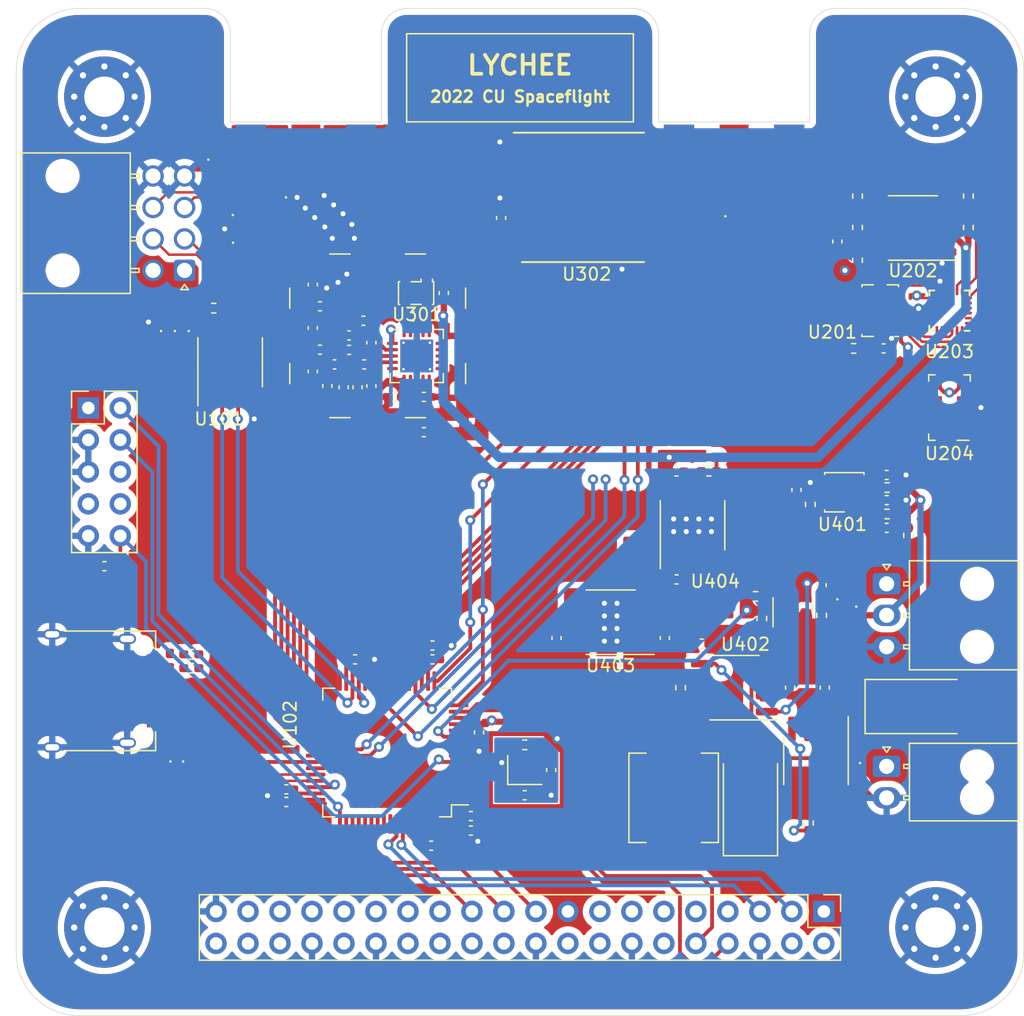
<source format=kicad_pcb>
(kicad_pcb (version 20211014) (generator pcbnew)
  (title_block (title "Lychee Flight Computer") (date "2021-12-31") (rev "1") (company "Cambridge University Spaceflight") (comment 1 "Drawn By H. Franks"))
  (layers (0 "F.Cu" signal) (1 "In1.Cu" power) (2 "In2.Cu" power) (31 "B.Cu" signal) (34 "B.Paste" user) (35 "F.Paste" user) (36 "B.SilkS" user "B.Silkscreen") (37 "F.SilkS" user "F.Silkscreen") (38 "B.Mask" user) (39 "F.Mask" user) (44 "Edge.Cuts" user))
  (net 0 "")
  (net 1 "3v3")
  (net 2 "GND")
  (net 3 "1v8")
  (net 4 "/Radio/RX+")
  (net 5 "/NRST")
  (net 6 "/Radio/TX")
  (net 7 "/Radio/RX-")
  (net 8 "VBATT")
  (net 9 "/Radio/ANT_GPS")
  (net 10 "/Radio/ANT_TLM")
  (net 11 "/PSU/BATT_MON")
  (net 12 "/RADIO_~{INT}")
  (net 13 "/RADIO_SDN")
  (net 14 "/SPI3_MOSI")
  (net 15 "/SPI3_MISO")
  (net 16 "/SPI3_SCLK")
  (net 17 "/SWDCLK")
  (net 18 "/SWDIO")
  (net 19 "/PSU/VCC_CHG")
  (net 20 "/IMU_~{CS}")
  (net 21 "/SPI2_MOSI")
  (net 22 "/SPI2_MISO")
  (net 23 "/SPI2_SCLK")
  (net 24 "/RADIO_~{CS}")
  (net 25 "/USART3_RX")
  (net 26 "/USART3_TX")
  (net 27 "/GPS_~{RESET}")
  (net 28 "/SPI1_MOSI")
  (net 29 "/SPI1_MISO")
  (net 30 "/SPI1_SCLK")
  (net 31 "/IMU_INT")
  (net 32 "/UART4_RX")
  (net 33 "/UART4_TX")
  (net 34 "/BARO_~{CS}")
  (net 35 "/PSU/CHG+")
  (net 36 "/BB_RX+")
  (net 37 "/BB_RX-")
  (net 38 "/BB_TX+")
  (net 39 "/BB_TX-")
  (net 40 "/PSU/V_SW")
  (net 41 "/PSU/~{CHRG}")
  (net 42 "/USB_FS_VBUS")
  (net 43 "/I2C1_SDA")
  (net 44 "/I2C1_SCL")
  (net 45 "/CHG_SDN")
  (net 46 "/USB_FS_D+")
  (net 47 "/USB_FS_D-")
  (net 48 "/PSU/SENSE")
  (net 49 "/PSU/COMP")
  (net 50 "/USART2_TX")
  (net 51 "/USART2_RX")
  (net 53 "Net-(C103-Pad2)")
  (net 54 "Net-(C104-Pad2)")
  (net 55 "Net-(C109-Pad2)")
  (net 56 "Net-(C110-Pad2)")
  (net 57 "Net-(C201-Pad2)")
  (net 58 "Net-(C202-Pad2)")
  (net 59 "Net-(C302-Pad1)")
  (net 60 "Net-(C302-Pad2)")
  (net 61 "Net-(C310-Pad2)")
  (net 62 "Net-(C311-Pad2)")
  (net 63 "Net-(C313-Pad1)")
  (net 64 "Net-(C314-Pad1)")
  (net 65 "Net-(C401-Pad1)")
  (net 66 "Net-(C401-Pad2)")
  (net 67 "Net-(C403-Pad1)")
  (net 68 "Net-(C405-Pad2)")
  (net 69 "Net-(C407-Pad1)")
  (net 70 "Net-(D110-Pad2)")
  (net 101 "Net-(Q401-Pad2)")
  (net 102 "Net-(Q402-Pad1)")
  (net 103 "Net-(R102-Pad2)")
  (net 104 "Net-(R205-Pad2)")
  (net 105 "Net-(R206-Pad2)")
  (net 106 "Net-(R404-Pad2)")
  (net 107 "Net-(R410-Pad1)")
  (net 114 "/I2C3_SCL")
  (net 115 "/I2C3_SDA")
  (net 124 "Net-(U201-Pad3)")
  (net 125 "Net-(U201-Pad4)")
  (net 126 "Net-(U201-Pad5)")
  (net 128 "Net-(U201-Pad7)")
  (net 129 "Net-(U201-Pad8)")
  (footprint "Strix:B330" (layer "F.Cu") (at 240.7 153.548891)
    (fp_text reference "D401")
    (fp_text value "B330")
  )
  (footprint "Strix:C_0402" (layer "F.Cu") (at 220.2 148.098891 90)
    (fp_text reference "C409")
    (fp_text value "10u")
  )
  (footprint "Strix:C_0402" (layer "F.Cu") (at 175.7 142.4)
    (fp_text reference "C111")
    (fp_text value "100n")
  )
  (footprint "Strix:R_0402" (layer "F.Cu") (at 182.6 150.5 180)
    (fp_text reference "R104")
    (fp_text value "10k")
  )
  (footprint "Strix:ICM-20789" (layer "F.Cu") (at 242.8 122.0975 180)
    (fp_text reference "U203")
    (fp_text value "ICM-20789")
  )
  (footprint "Strix:R_0402" (layer "F.Cu") (at 232.65 146.298891 -90)
    (fp_text reference "R407")
    (fp_text value "2k2")
  )
  (footprint "Strix:PCA9306" (layer "F.Cu") (at 239.9 115.53 180)
    (fp_text reference "U202")
    (fp_text value "PCA9306")
  )
  (footprint "Strix:C_0402" (layer "F.Cu") (at 201.65 164.6)
    (fp_text reference "C112")
    (fp_text value "4µ7")
  )
  (footprint "Strix:D_0402" (layer "F.Cu") (at 235.7 159.298891 -90)
    (fp_text reference "D102")
    (fp_text value "D_ESD")
  )
  (footprint "Strix:R_0402" (layer "F.Cu") (at 227.9 146.548891 -90)
    (fp_text reference "R405")
    (fp_text value "10k")
  )
  (footprint "Strix:R_0402" (layer "F.Cu") (at 244.3 112.9975 -90)
    (fp_text reference "R206")
    (fp_text value "4k7")
  )
  (footprint "Strix:D_0402" (layer "F.Cu") (at 181.3 122.45 90)
    (fp_text reference "D107")
    (fp_text value "D_ESD")
  )
  (footprint "Strix:D_0402" (layer "F.Cu") (at 188.85 113.1 180)
    (fp_text reference "D114")
    (fp_text value "D_ESD")
  )
  (footprint "Strix:R_0402" (layer "F.Cu") (at 227.4 144.798891)
    (fp_text reference "R406")
    (fp_text value "100")
  )
  (footprint "Strix:D_0402" (layer "F.Cu") (at 184.634994 114.5 180)
    (fp_text reference "D104")
    (fp_text value "D_ESD")
  )
  (footprint "Strix:Molex_Nano-Fit_105313-1102" (layer "F.Cu") (at 237.81 158.298891)
    (fp_text reference "J102")
    (fp_text value "CHG")
  )
  (footprint "Strix:D_0402" (layer "F.Cu") (at 180.2 122.45 90)
    (fp_text reference "D106")
    (fp_text value "D_ESD")
  )
  (footprint "Strix:STM32F405RGT6" (layer "F.Cu") (at 198.15 157.2 180)
    (fp_text reference "U102")
    (fp_text value "STM32F405RGT6")
  )
  (footprint "Strix:R_0402" (layer "F.Cu") (at 223.7 134.848891 180)
    (fp_text reference "R410")
    (fp_text value "200k")
  )
  (footprint "Strix:MAX604" (layer "F.Cu") (at 222.4 139.148891 90)
    (fp_text reference "U404")
    (fp_text value "MAX604")
  )
  (footprint "Strix:R_0402" (layer "F.Cu") (at 231.6 162.798891 -90)
    (fp_text reference "R401")
    (fp_text value "100k")
  )
  (footprint "Strix:R_0402" (layer "F.Cu") (at 239.55 139.948891 90)
    (fp_text reference "R402")
    (fp_text value "160")
  )
  (footprint "Strix:L_0402" (layer "F.Cu") (at 192.25 120.0275 90)
    (fp_text reference "L307")
    (fp_text value "12n")
  )
  (footprint "Strix:C_0402" (layer "F.Cu") (at 209.075 160.59125 180)
    (fp_text reference "C103")
    (fp_text value "10p")
  )
  (footprint "Strix:C_0402" (layer "F.Cu") (at 192.8175 121.75)
    (fp_text reference "C314")
    (fp_text value "3p3")
  )
  (footprint "Strix:L_0402" (layer "F.Cu") (at 193.9775 126.3675 180)
    (fp_text reference "L303")
    (fp_text value "3n3")
  )
  (footprint "Strix:D_0402" (layer "F.Cu") (at 233.9 146.298891 -90)
    (fp_text reference "D103")
    (fp_text value "D_ESD")
  )
  (footprint "Strix:C_0402" (layer "F.Cu") (at 232.65 143.898891 -90)
    (fp_text reference "C405")
    (fp_text value "470n")
  )
  (footprint "Strix:C_0402" (layer "F.Cu") (at 221.1325 143.448891)
    (fp_text reference "C410")
    (fp_text value "10u")
  )
  (footprint "Strix:Molex_Nano-Fit_105313-1103" (layer "F.Cu") (at 237.81 143.798891)
    (fp_text reference "J101")
    (fp_text value "BATT")
  )
  (footprint "Strix:Header_RaspberryPi" (layer "F.Cu") (at 232.825 169.825 -90)
    (fp_text reference "J103")
    (fp_text value "Expansion Slot")
  )
  (footprint "Strix:R_0402" (layer "F.Cu") (at 235.5 118.095 90)
    (fp_text reference "R204")
    (fp_text value "200k")
  )
  (footprint "Strix:MAX604" (layer "F.Cu") (at 215.9 146.848891 180)
    (fp_text reference "U403")
    (fp_text value "MAX604")
  )
  (footprint "Strix:R_0402" (layer "F.Cu") (at 237.85 136.151391 180)
    (fp_text reference "R404")
    (fp_text value "100")
  )
  (footprint "Strix:C_0402" (layer "F.Cu") (at 233.9 116.6 90)
    (fp_text reference "C202")
    (fp_text value "100p")
  )
  (footprint "Strix:MountingHole_Pad" (layer "F.Cu") (at 241.7 171.1 90)
    (fp_text reference "H104" hide)
    (fp_text value "MountingHole_Pad")
  )
  (footprint "Strix:R_0402" (layer "F.Cu") (at 209.075 156.59125 180)
    (fp_text reference "R102")
    (fp_text value "100")
  )
  (footprint "Strix:BMI-S-201" (layer "F.Cu") (at 197.4 124.1 -90)
    (fp_text reference "J301")
    (fp_text value "BMI-S-201")
  )
  (footprint "Strix:MS5611-01BA" (layer "F.Cu") (at 242.8 129.7975 180)
    (fp_text reference "U204")
    (fp_text value "MS5611-01BA")
  )
  (footprint "Strix:L_0402" (layer "F.Cu") (at 192.25 126.9275 90)
    (fp_text reference "L305")
    (fp_text value "12n")
  )
  (footprint "Strix:R_0402" (layer "F.Cu") (at 237.8475 138.251391 180)
    (fp_text reference "R403")
    (fp_text value "261")
  )
  (footprint "Strix:BQ29200" (layer "F.Cu") (at 234.45 136.526391 180)
    (fp_text reference "U401")
    (fp_text value "BQ29200")
  )
  (footprint "Strix:C_0402" (layer "F.Cu") (at 204.8 162.25 180)
    (fp_text reference "C105")
    (fp_text value "100n")
  )
  (footprint "Strix:BSS138" (layer "F.Cu") (at 230.35 145.548891 90)
    (fp_text reference "Q402")
    (fp_text value "BSS138")
  )
  (footprint "Strix:L_0402" (layer "F.Cu") (at 196.9 124.645 90)
    (fp_text reference "L302")
    (fp_text value "18n")
  )
  (footprint "Strix:C_0402" (layer "F.Cu") (at 230.15 152.048891 90)
    (fp_text reference "C404")
    (fp_text value "100n")
  )
  (footprint "Strix:C_0402" (layer "F.Cu") (at 201.0675 131.75)
    (fp_text reference "C308")
    (fp_text value "100p")
  )
  (footprint "Strix:C_0402" (layer "F.Cu") (at 223.1325 148.548891)
    (fp_text reference "C408")
    (fp_text value "22u")
  )
  (footprint "Strix:C_0402" (layer "F.Cu") (at 196.2675 122.9)
    (fp_text reference "C309")
    (fp_text value "3p")
  )
  (footprint "Strix:C_0402" (layer "F.Cu") (at 195.6 149.8 180)
    (fp_text reference "C109")
    (fp_text value "2µ2")
  )
  (footprint "Strix:C_0402" (layer "F.Cu") (at 211.6 148.1 90)
    (fp_text reference "C411")
    (fp_text value "10u")
  )
  (footprint "Strix:L_0402" (layer "F.Cu") (at 192.25 123.4725 90)
    (fp_text reference "L306")
    (fp_text value "24n")
  )
  (footprint "Strix:C_0402" (layer "F.Cu") (at 196.3325 126.3675 180)
    (fp_text reference "C310")
    (fp_text value "5p1")
  )
  (footprint "Strix:R_0402" (layer "F.Cu") (at 235.5 112.9975 -90)
    (fp_text reference "R203")
    (fp_text value "200k")
  )
  (footprint "Strix:R_0402" (layer "F.Cu") (at 235.1975 125.0975)
    (fp_text reference "R202")
    (fp_text value "4k7")
  )
  (footprint "Strix:L_0402" (layer "F.Cu") (at 196.9 128.09 90)
    (fp_text reference "L301")
    (fp_text value "120n")
  )
  (footprint "Strix:Molex_Nano-Fit_105314-1108" (layer "F.Cu") (at 182.065 118.9 180)
    (fp_text reference "J105")
    (fp_text value "BLACKBOX")
  )
  (footprint "Strix:C_0402" (layer "F.Cu") (at 230.65 136.331391 90)
    (fp_text reference "C407")
    (fp_text value "100n")
  )
  (footprint "Strix:Si4463" (layer "F.Cu") (at 200.5 125.7)
    (fp_text reference "U301")
    (fp_text value "Si4463")
  )
  (footprint "Strix:D_0402" (layer "F.Cu") (at 180.9 149.9 -90)
    (fp_text reference "D110")
    (fp_text value "D_ESD")
  )
  (footprint "Strix:C_0402" (layer "F.Cu") (at 194.7 128.1825 90)
    (fp_text reference "C304")
    (fp_text value "1u")
  )
  (footprint "Strix:Header_SWD" (layer "F.Cu") (at 174.425 129.825)
    (fp_text reference "J104")
    (fp_text value "SWD")
  )
  (footprint "Strix:R_0402" (layer "F.Cu") (at 223.7 133.748891 180)
    (fp_text reference "R411")
    (fp_text value "100k")
  )
  (footprint "Strix:MountingHole_Pad" (layer "F.Cu") (at 175.7 171.1 90)
    (fp_text reference "H101" hide)
    (fp_text value "MountingHole_Pad")
  )
  (footprint "Strix:MountingHole_Pad" (layer "F.Cu") (at 175.7 105.1 90)
    (fp_text reference "H102" hide)
    (fp_text value "MountingHole_Pad")
  )
  (footprint "Strix:R_0402" (layer "F.Cu") (at 221.45 152.05 -90)
    (fp_text reference "R409")
    (fp_text value "50m")
  )
  (footprint "Strix:R_0402" (layer "F.Cu") (at 235.5 115.4925 90)
    (fp_text reference "R201")
    (fp_text value "4k7")
  )
  (footprint "Strix:D_0402" (layer "F.Cu") (at 181.95 156.65 90)
    (fp_text reference "D112")
    (fp_text value "D_ESD")
  )
  (footprint "Strix:Xtal_SMD_2016" (layer "F.Cu") (at 209.075 158.59125)
    (fp_text reference "Y101")
    (fp_text value "26M")
  )
  (footprint "Strix:R_0402" (layer "F.Cu") (at 231.75 137.496391 90)
    (fp_text reference "R408")
    (fp_text value "100")
  )
  (footprint "Strix:C_0402" (layer "F.Cu") (at 201.0675 128.95)
    (fp_text reference "C305")
    (fp_text value "2u2")
  )
  (footprint "Strix:MAX-M8Q" (layer "F.Cu") (at 213.7 113.1)
    (fp_text reference "U302")
    (fp_text value "MAX-M8Q")
  )
  (footprint "Strix:NVT2006BQ" (layer "F.Cu") (at 237.3 122.0975 180)
    (fp_text reference "U201")
    (fp_text value "NVT2006BQ")
  )
  (footprint "Strix:C_0402" (layer "F.Cu") (at 237.5675 125.0975 180)
    (fp_text reference "C201")
    (fp_text value "100p")
  )
  (footprint "Strix:LFTCXO068373" (layer "F.Cu") (at 200.45 120.7 180)
    (fp_text reference "Y301")
    (fp_text value "LFTCXO068373")
  )
  (footprint "Strix:R_0402" (layer "F.Cu") (at 244.3 115.4925 90)
    (fp_text reference "R205")
    (fp_text value "4k7")
  )
  (footprint "Strix:R_0402" (layer "F.Cu") (at 182.6 149.4)
    (fp_text reference "R103")
    (fp_text value "10k")
  )
  (footprint "Strix:C_0402" (layer "F.Cu") (at 190.15 161.125)
    (fp_text reference "C102")
    (fp_text value "100n")
  )
  (footprint "Strix:Si9933CDY" (layer "F.Cu") (at 232.2 157.798891 -90)
    (fp_text reference "Q401")
    (fp_text value "Si9933CDY")
  )
  (footprint "Strix:C_0402" (layer "F.Cu") (at 237.8175 139.351391 180)
    (fp_text reference "C401")
    (fp_text value "100n")
  )
  (footprint "Strix:C_0402" (layer "F.Cu") (at 195.1325 125.2175 180)
    (fp_text reference "C311")
    (fp_text value "1p2")
  )
  (footprint "Strix:D_0402" (layer "F.Cu") (at 235.4 146.871391 -90)
    (fp_text reference "D101")
    (fp_text value "D_ESD")
  )
  (footprint "Strix:C_0402" (layer "F.Cu") (at 207.2 114.7325 -90)
    (fp_text reference "C303")
    (fp_text value "100n")
  )
  (footprint "Strix:C_0402" (layer "F.Cu") (at 192.8175 125.2)
    (fp_text reference "C313")
    (fp_text value "3p3")
  )
  (footprint "Strix:D_0402" (layer "F.Cu") (at 183.95 111.3725 -90)
    (fp_text reference "D109")
    (fp_text value "D_ESD")
  )
  (footprint "Strix:C_0402" (layer "F.Cu") (at 221.125 134.875)
    (fp_text reference "C412")
    (fp_text value "10u")
  )
  (footprint "Strix:SMA-Edge" (layer "F.Cu") (at 225.7 109.825)
    (fp_text reference "J107")
    (fp_text value "GPS")
  )
  (footprint "Strix:C_0402" (layer "F.Cu") (at 211.175 158.59125 90)
    (fp_text reference "C104")
    (fp_text value "10p")
  )
  (footprint "Strix:B330" (layer "F.Cu") (at 227 160.798891 90)
    (fp_text reference "D402")
    (fp_text value "B330")
  )
  (footprint "Strix:C_0402" (layer "F.Cu") (at 232.9 152.048891 90)
    (fp_text reference "C406")
    (fp_text value "10u")
  )
  (footprint "Strix:C_0402" (layer "F.Cu") (at 201.75 148.7 180)
    (fp_text reference "C108")
    (fp_text value "100n")
  )
  (footprint "Strix:C_0402" (layer "F.Cu") (at 198.7325 128.95 180)
    (fp_text reference "C307")
    (fp_text value "220p")
  )
  (footprint "Strix:L_Wuerth_HCI-7050" (layer "F.Cu") (at 220.9 160.798891 90)
    (fp_text reference "L401")
    (fp_text value "6u8")
  )
  (footprint "Strix:D_0402" (layer "F.Cu") (at 182.4 122.45 90)
    (fp_text reference "D108")
    (fp_text value "D_ESD")
  )
  (footprint "Strix:MountingHole_Pad" (layer "F.Cu") (at 241.7 105.1 90)
    (fp_text reference "H103" hide)
    (fp_text value "MountingHole_Pad")
  )
  (footprint "Strix:R_0402" (layer "F.Cu") (at 184.384994 121.9)
    (fp_text reference "R101")
    (fp_text value "120")
  )
  (footprint "Strix:L_0402" (layer "F.Cu") (at 195.1275 124.0675 180)
    (fp_text reference "L304")
    (fp_text value "24n")
  )
  (footprint "Strix:SMA-Edge" (layer "F.Cu") (at 191.7 109.825)
    (fp_text reference "J108")
    (fp_text value "TELEM")
  )
  (footprint "Strix:D_0402" (layer "F.Cu") (at 184.647471 116.7 180)
    (fp_text reference "D105")
    (fp_text value "D_ESD")
  )
  (footprint "Strix:C_0402" (layer "F.Cu") (at 237.8175 137.151391)
    (fp_text reference "C402")
    (fp_text value "100n")
  )
  (footprint "Strix:D_0402" (layer "F.Cu") (at 180.95 156.65 90)
    (fp_text reference "D111")
    (fp_text value "D_ESD")
  )
  (footprint "Strix:C_0402" (layer "F.Cu") (at 193.4 128.085 -90)
    (fp_text reference "C312")
    (fp_text value "6n8")
  )
  (footprint "Strix:LTC4002-ES8" (layer "F.Cu") (at 225.725 152.048891 180)
    (fp_text reference "U402")
    (fp_text value "LTC4002-ES8")
  )
  (footprint "Strix:C_0402" (layer "F.Cu") (at 237.8175 135.151391)
    (fp_text reference "C403")
    (fp_text value "330n")
  )
  (footprint "Strix:USB_C" (layer "F.Cu") (at 174.4 152.3 -90)
    (fp_text reference "J106")
    (fp_text value "USB C")
  )
  (footprint "Strix:MAX14787E" (layer "F.Cu") (at 185.684994 126.2 90)
    (fp_text reference "U101")
    (fp_text value "MAX14787E")
  )
  (footprint "Strix:C_0402" (layer "F.Cu") (at 204.8 163.4 180)
    (fp_text reference "C106")
    (fp_text value "100n")
  )
  (footprint "Strix:C_0402" (layer "F.Cu") (at 200.1675 122.55)
    (fp_text reference "C302")
    (fp_text value "2n")
  )
  (footprint "Strix:D_0402" (layer "F.Cu") (at 226.2725 114.6)
    (fp_text reference "D113")
    (fp_text value "D_ESD")
  )
  (footprint "Strix:C_0402" (layer "F.Cu") (at 190.15 160.125)
    (fp_text reference "C110")
    (fp_text value "2µ2")
  )
  (footprint "Strix:C_0402" (layer "F.Cu") (at 195.8 128.1825 90)
    (fp_text reference "C306")
    (fp_text value "100n")
  )
  (footprint "Strix:C_0402" (layer "F.Cu") (at 201.75 149.8 180)
    (fp_text reference "C101")
    (fp_text value "1µ")
  )
  (footprint "Strix:C_0402" (layer "F.Cu") (at 205.45 155.6 90)
    (fp_text reference "C107")
    (fp_text value "100n")
  )
  (footprint "Strix:C_0402" (layer "F.Cu") (at 202.65 120.7 90)
    (fp_text reference "C301")
    (fp_text value "100n")
  )
  (gr_line (start 199.7 100.1) (end 217.7 100.1) (layer "F.SilkS") (width 0.12))
  (gr_line (start 199.7 107.1) (end 199.7 100.1) (layer "F.SilkS") (width 0.12))
  (gr_line (start 217.7 107.1) (end 199.7 107.1) (layer "F.SilkS") (width 0.12))
  (gr_line (start 217.7 100.1) (end 217.7 107.1) (layer "F.SilkS") (width 0.12))
  (gr_line (start 185.7 107.1) (end 185.7 100.1) (layer "Edge.Cuts") (width 0.05))
  (gr_line (start 231.7 107.1) (end 231.7 100.1) (layer "Edge.Cuts") (width 0.05))
  (gr_arc (start 243.7 98.1) (mid 247.235534 99.564466) (end 248.7 103.1) (layer "Edge.Cuts") (width 0.05))
  (gr_line (start 243.7 178.1) (end 173.7 178.1) (layer "Edge.Cuts") (width 0.05))
  (gr_arc (start 183.7 98.1) (mid 185.114214 98.685786) (end 185.7 100.1) (layer "Edge.Cuts") (width 0.05))
  (gr_arc (start 173.7 178.1) (mid 170.164466 176.635534) (end 168.7 173.1) (layer "Edge.Cuts") (width 0.05))
  (gr_arc (start 217.7 98.1) (mid 219.114214 98.685786) (end 219.7 100.1) (layer "Edge.Cuts") (width 0.05))
  (gr_line (start 231.7 107.1) (end 219.7 107.1) (layer "Edge.Cuts") (width 0.05))
  (gr_arc (start 197.7 100.1) (mid 198.285786 98.685786) (end 199.7 98.1) (layer "Edge.Cuts") (width 0.05))
  (gr_line (start 197.7 107.1) (end 185.7 107.1) (layer "Edge.Cuts") (width 0.05))
  (gr_line (start 168.7 173.1) (end 168.7 103.1) (layer "Edge.Cuts") (width 0.05))
  (gr_arc (start 231.7 100.1) (mid 232.285786 98.685786) (end 233.7 98.1) (layer "Edge.Cuts") (width 0.05))
  (gr_line (start 219.7 107.1) (end 219.7 100.1) (layer "Edge.Cuts") (width 0.05))
  (gr_arc (start 248.7 173.1) (mid 247.235534 176.635534) (end 243.7 178.1) (layer "Edge.Cuts") (width 0.05))
  (gr_arc (start 168.7 103.1) (mid 170.164466 99.564466) (end 173.7 98.1) (layer "Edge.Cuts") (width 0.05))
  (gr_line (start 248.7 103.1) (end 248.7 173.1) (layer "Edge.Cuts") (width 0.05))
  (gr_line (start 199.7 98.1) (end 217.7 98.1) (layer "Edge.Cuts") (width 0.05))
  (gr_line (start 183.7 98.1) (end 173.7 98.1) (layer "Edge.Cuts") (width 0.05))
  (gr_line (start 197.7 100.1) (end 197.7 107.1) (layer "Edge.Cuts") (width 0.05))
  (gr_line (start 233.7 98.1) (end 243.7 98.1) (layer "Edge.Cuts") (width 0.05))
  (gr_text "LYCHEE\n" (at 208.7 102.6) (layer "F.SilkS") (effects (font (size 1.5 1.5) (thickness 0.3))))
  (gr_text "2022 CU Spaceflight" (at 208.7 105.1) (layer "F.SilkS") (effects (font (size 0.9 0.9) (thickness 0.2))))
  (segment (start 240.4 121.0975) (end 240.2 120.8975) (width 0.2) (layer "F.Cu") (net 1))
  (segment (start 201.9 162.875) (end 201.9 164.2825) (width 0.3) (layer "F.Cu") (net 1))
  (segment (start 198.19306 127.69952) (end 199.42548 127.69952) (width 0.5) (layer "F.Cu") (net 1))
  (segment (start 206.45 154.65) (end 206.0675 155.0325) (width 0.3) (layer "F.Cu") (net 1))
  (segment (start 199.42548 127.69952) (end 199.42548 127.625) (width 0.5) (layer "F.Cu") (net 1))
  (segment (start 194.4 129.05) (end 194.4 133.6) (width 0.75) (layer "F.Cu") (net 1))
  (segment (start 200.5 128.95) (end 200.5 131.75) (width 0.75) (layer "F.Cu") (net 1))
  (segment (start 199.5 128.75) (end 199.3 128.95) (width 0.3) (layer "F.Cu") (net 1))
  (segment (start 241.3 121.0975) (end 240.4 121.0975) (width 0.2) (layer "F.Cu") (net 1))
  (segment (start 205.3675 154.95) (end 205.45 155.0325) (width 0.3) (layer "F.Cu") (net 1))
  (segment (start 235.5 118.6925) (end 234.7075 118.6925) (width 0.75) (layer "F.Cu") (net 1))
  (segment (start 201.1825 149.8) (end 201.1825 148.7) (width 0.3) (layer "F.Cu") (net 1))
  (segment (start 201.9 164.2825) (end 202.2175 164.6) (width 0.3) (layer "F.Cu") (net 1))
  (segment (start 194.7 128.75) (end 194.4 129.05) (width 0.75) (layer "F.Cu") (net 1))
  (segment (start 196.8125 128.75) (end 195.8 128.75) (width 0.75) (layer "F.Cu") (net 1))
  (segment (start 197.23008 128.6625) (end 198.19306 127.69952) (width 0.5) (layer "F.Cu") (net 1))
  (segment (start 196.9 128.6625) (end 197.23008 128.6625) (width 0.5) (layer "F.Cu") (net 1))
  (segment (start 200.5 131.75) (end 200.5 133.5) (width 0.75) (layer "F.Cu") (net 1))
  (segment (start 206.0675 155.0325) (end 205.45 155.0325) (width 0.3) (layer "F.Cu") (net 1))
  (segment (start 234.7075 118.6925) (end 234.5 118.9) (width 0.75) (layer "F.Cu") (net 1))
  (segment (start 190.8925 160.95) (end 190.7175 161.125) (width 0.3) (layer "F.Cu") (net 1))
  (segment (start 204.2325 162.25) (end 203.825 161.8425) (width 0.5) (layer "F.Cu") (net 1))
  (segment (start 195.8 128.75) (end 194.7 128.75) (width 0.75) (layer "F.Cu") (net 1))
  (segment (start 203.825 161.8425) (end 203.825 161.04952) (width 0.5) (layer "F.Cu") (net 1))
  (segment (start 199.5 127.625) (end 199.5 128.75) (width 0.3) (layer "F.Cu") (net 1))
  (segment (start 192.475 160.95) (end 190.8925 160.95) (width 0.3) (layer "F.Cu") (net 1))
  (segment (start 200.9 151.525) (end 200.9 150.0825) (width 0.3) (layer "F.Cu") (net 1))
  (segment (start 200.9 150.0825) (end 201.1825 149.8) (width 0.3) (layer "F.Cu") (net 1))
  (segment (start 203.825 154.95) (end 205.3675 154.95) (width 0.3) (layer "F.Cu") (net 1))
  (segment (start 200.5 128.95) (end 200.5 127.625) (width 0.3) (layer "F.Cu") (net 1))
  (segment (start 196.9 128.6625) (end 196.8125 128.75) (width 0.75) (layer "F.Cu") (net 1))
  (segment (start 199.3 128.95) (end 200.5 128.95) (width 0.75) (layer "F.Cu") (net 1))
  (via (at 234.5 118.9) (size 0.8) (drill 0.4) (layers "F.Cu" "B.Cu") (net 1))
  (via (at 206.45 154.65) (size 0.8) (drill 0.4) (layers "F.Cu" "B.Cu") (net 1))
  (via (at 240.2 120.8975) (size 0.8) (drill 0.4) (layers "F.Cu" "B.Cu") (net 1))
  (segment (start 202.3175 148.7) (end 202.3175 149.8) (width 0.5) (layer "F.Cu") (net 2))
  (segment (start 193.4 128.6525) (end 193.531522 128.6525) (width 0.5) (layer "F.Cu") (net 2))
  (segment (start 240.4675 118.895) (end 241.03491 118.32759) (width 0.5) (layer "F.Cu") (net 2))
  (segment (start 179.2225 123.0225) (end 180.2 123.0225) (width 0.5) (layer "F.Cu") (net 2))
  (segment (start 185.207494 115.557494) (end 185.25 115.6) (width 0.5) (layer "F.Cu") (net 2))
  (segment (start 187.589994 128.665) (end 187.589994 130.689994) (width 0.5) (layer "F.Cu") (net 2))
  (segment (start 203.25 148.7) (end 202.3175 148.7) (width 0.5) (layer "F.Cu") (net 2))
  (segment (start 208.33375 158) (end 208.35 158.01625) (width 0.75) (layer "F.Cu") (net 2))
  (segment (start 189.15 161.125) (end 188.65 160.625) (width 0.5) (layer "F.Cu") (net 2))
  (segment (start 245.3 129.7975) (end 244.675 129.1725) (width 0.5) (layer "F.Cu") (net 2))
  (segment (start 199.9 162.875) (end 199.9 163.750361) (width 0.3) (layer "F.Cu") (net 2))
  (segment (start 244.675 130.4225) (end 245.3 129.7975) (width 0.5) (layer "F.Cu") (net 2))
  (segment (start 204.7325 155.45) (end 205.45 156.1675) (width 0.3) (layer "F.Cu") (net 2))
  (segment (start 238.385 137.151391) (end 239.35 137.151391) (width 0.5) (layer "F.Cu") (net 2))
  (segment (start 240.59856 122.79856) (end 240.59856 122.179304) (width 0.2) (layer "F.Cu") (net 2))
  (segment (start 243.875 130.4225) (end 244.675 130.4225) (width 0.5) (layer "F.Cu") (net 2))
  (segment (start 202.263499 149.8) (end 202.3175 149.8) (width 0.3) (layer "F.Cu") (net 2))
  (segment (start 242.2 120.5975) (end 242.2 119.907563) (width 0.2) (layer "F.Cu") (net 2))
  (segment (start 238.2 124.3) (end 237.7975 123.8975) (width 0.3) (layer "F.Cu") (net 2))
  (segment (start 208.95 108.7) (end 207.1 108.7) (width 0.5) (layer "F.Cu") (net 2))
  (segment (start 204.34048 165.25952) (end 205.35 164.25) (width 0.3) (layer "F.Cu") (net 2))
  (segment (start 216.8 115.7) (end 217.2 115.3) (width 0.75) (layer "F.Cu") (net 2))
  (segment (start 216.8 118.8) (end 216.8 115.7) (width 0.75) (layer "F.Cu") (net 2))
  (segment (start 240.59856 122.179304) (end 240.344414 121.925158) (width 0.2) (layer "F.Cu") (net 2))
  (segment (start 225.8 117.5) (end 230.075 113.225) (width 0.75) (layer "F.Cu") (net 2))
  (segment (start 201.4 151.525) (end 201.4 150.649639) (width 0.3) (layer "F.Cu") (net 2))
  (segment (start 237.81 160.798891) (end 236.6275 160.798891) (width 0.5) (layer "F.Cu") (net 2))
  (segment (start 236.6275 160.798891) (end 235.7 159.871391) (width 0.5) (layer "F.Cu") (net 2))
  (segment (start 209.8 160.43375) (end 209.6425 160.59125) (width 0.75) (layer "F.Cu") (net 2))
  (segment (start 201.603979 150.45952) (end 202.263499 149.8) (width 0.3) (layer "F.Cu") (net 2))
  (segment (start 207.2 114.165) (end 207.2 113.25) (width 0.5) (layer "F.Cu") (net 2))
  (segment (start 197.1505 149.8) (end 196.1675 149.8) (width 0.75) (layer "F.Cu") (net 2))
  (segment (start 199.9 163.750361) (end 200.749639 164.6) (width 0.3) (layer "F.Cu") (net 2))
  (segment (start 180.2 123.0225) (end 181.3 123.0225) (width 0.5) (layer "F.Cu") (net 2))
  (segment (start 200.5 123.775) (end 200.5 125.7) (width 0.3) (layer "F.Cu") (net 2))
  (segment (start 226.845 114.6) (end 226.845 116.455) (width 0.3) (layer "F.Cu") (net 2))
  (segment (start 241.3 123.0975) (end 240.8975 123.0975) (width 0.2) (layer "F.Cu") (net 2))
  (segment (start 198.165 129.585) (end 197.4 130.35) (width 0.5) (layer "F.Cu") (net 2))
  (segment (start 216.8 118.8) (end 218.1 117.5) (width 0.75) (layer "F.Cu") (net 2))
  (segment (start 239.3475 135.151391) (end 239.35 135.148891) (width 0.5) (layer "F.Cu") (net 2))
  (segment (start 242.475 118.06602) (end 242.21343 118.32759) (width 0.5) (layer "F.Cu") (net 2))
  (segment (start 201.4 164.2825) (end 201.0825 164.6) (width 0.3) (layer "F.Cu") (net 2))
  (segment (start 185.219971 116.7) (end 185.219971 115.630029) (width 0.5) (layer "F.Cu") (net 2))
  (segment (start 201.590119 150.45952) (end 201.603979 150.45952) (width 0.3) (layer "F.Cu") (net 2))
  (segment (start 218.1 117.5) (end 218.45 117.5) (width 0.75) (layer "F.Cu") (net 2))
  (segment (start 242.6 120.307563) (end 242.045585 119.753148) (width 0.2) (layer "F.Cu") (net 2))
  (segment (start 189.15 160.125) (end 189.5825 160.125) (width 0.5) (layer "F.Cu") (net 2))
  (segment (start 241.03491 118.32759) (end 242.21343 118.32759) (width 0.5) (layer "F.Cu") (net 2))
  (segment (start 201.0825 164.6) (end 201.74202 165.25952) (width 0.3) (layer "F.Cu") (net 2))
  (segment (start 181.3 123.0225) (end 182.4 123.0225) (width 0.5) (layer "F.Cu") (net 2))
  (segment (start 211.1675 159.16625) (end 211.175 159.15875) (width 0.75) (layer "F.Cu") (net 2))
  (segment (start 182.649994 110.8) (end 182.064994 111.385) (width 0.5) (layer "F.Cu") (net 2))
  (segment (start 244.675 129.1725) (end 243.875 129.1725) (width 0.5) (layer "F.Cu") (net 2))
  (segment (start 238.2 124.3) (end 238.2 125.0325) (width 0.5) (layer "F.Cu") (net 2))
  (segment (start 174.425 141.6925) (end 175.1325 142.4) (width 0.5) (layer "F.Cu") (net 2))
  (segment (start 207.2 113.25) (end 207.1 113.15) (width 0.5) (layer "F.Cu") (net 2))
  (segment (start 193.531522 128.6525) (end 194.569022 127.615) (width 0.5) (layer "F.Cu") (net 2))
  (segment (start 218.45 117.5) (end 225.8 117.5) (width 0.75) (layer "F.Cu") (net 2))
  (segment (start 221.325 114.075) (end 221.325 109.925) (width 0.75) (layer "F.Cu") (net 2))
  (segment (start 205.3675 163.4) (end 205.3675 164.2325) (width 0.75) (layer "F.Cu") (net 2))
  (segment (start 237.7975 123.8975) (end 237.55 123.8975) (width 0.3) (layer "F.Cu") (net 2))
  (segment (start 188.65 160.625) (end 189.15 160.125) (width 0.5) (layer "F.Cu") (net 2))
  (segment (start 194.569022 127.615) (end 194.7 127.615) (width 0.5) (layer "F.Cu") (net 2))
  (segment (start 207.25 158) (end 208.33375 158) (width 0.75) (layer "F.Cu") (net 2))
  (segment (start 205.3675 162.25) (end 205.3675 163.4) (width 0.75) (layer "F.Cu") (net 2))
  (segment (start 185.207494 114.5) (end 185.207494 115.557494) (width 0.5) (layer "F.Cu") (net 2))
  (segment (start 226.845 116.455) (end 225.8 117.5) (width 0.3) (layer "F.Cu") (net 2))
  (segment (start 205.3675 164.2325) (end 205.35 164.25) (width 0.75) (layer "F.Cu") (net 2))
  (segment (start 209.8 159.16625) (end 209.8 160.43375) (width 0.75) (layer "F.Cu") (net 2))
  (segment (start 230.075 113.225) (end 230.075 109.925) (width 0.75) (layer "F.Cu") (net 2))
  (segment (start 205.45 156.1675) (end 205.45 157.1) (width 0.3) (layer "F.Cu") (net 2))
  (segment (start 217.2 115.3) (end 218.45 115.3) (width 0.75) (layer "F.Cu") (net 2))
  (segment (start 209.8 159.16625) (end 211.1675 159.16625) (width 0.75) (layer "F.Cu") (net 2))
  (segment (start 203.825 155.45) (end 204.7325 155.45) (width 0.3) (layer "F.Cu") (net 2))
  (segment (start 200.749639 164.6) (end 201.0825 164.6) (width 0.3) (layer "F.Cu") (net 2))
  (segment (start 187.589994 130.689994) (end 187.6 130.7) (width 0.5) (layer "F.Cu") (net 2))
  (segment (start 189.5825 161.125) (end 189.15 161.125) (width 0.5) (layer "F.Cu") (net 2))
  (segment (start 238.2 125.0325) (end 238.135 125.0975) (width 0.5) (layer "F.Cu") (net 2))
  (segment (start 201.4 162.875) (end 201.4 164.2825) (width 0.3) (layer "F.Cu") (net 2))
  (segment (start 201.74202 165.25952) (end 204.34048 165.25952) (width 0.3) (layer "F.Cu") (net 2))
  (segment (start 185.219971 115.630029) (end 185.25 115.6) (width 0.5) (layer "F.Cu") (net 2))
  (segment (start 238.385 135.151391) (end 239.3475 135.151391) (width 0.5) (layer "F.Cu") (net 2))
  (segment (start 242.6 120.307563) (end 242.6 120.5975) (width 0.2) (layer "F.Cu") (net 2))
  (segment (start 218.45 115.3) (end 220.1 115.3) (width 0.75) (layer "F.Cu") (net 2))
  (segment (start 181.25 123.0075) (end 181.25 123.1) (width 0.5) (layer "F.Cu") (net 2))
  (segment (start 183.95 110.8) (end 182.649994 110.8) (width 0.5) (layer "F.Cu") (net 2))
  (segment (start 179.2 123) (end 179.2225 123.0225) (width 0.5) (layer "F.Cu") (net 2))
  (segment (start 240.8975 123.0975) (end 240.59856 122.79856) (width 0.2) (layer "F.Cu") (net 2))
  (segment (start 220.1 115.3) (end 221.325 114.075) (width 0.75) (layer "F.Cu") (net 2))
  (segment (start 198.165 128.95) (end 198.165 129.585) (width 0.5) (layer "F.Cu") (net 2))
  (segment (start 202.6175 120.1) (end 202.65 120.1325) (width 0.75) (layer "F.Cu") (net 2))
  (segment (start 211.175 159.15875) (end 211.175 160.59125) (width 0.75) (layer "F.Cu") (net 2))
  (segment (start 174.425 139.985) (end 174.425 141.6925) (width 0.5) (layer "F.Cu") (net 2))
  (segment (start 201.4 150.649639) (end 201.590119 150.45952) (width 0.3) (layer "F.Cu") (net 2))
  (segment (start 242.475 117.435) (end 242.475 118.06602) (width 0.5) (layer "F.Cu") (net 2))
  (segment (start 209.6425 160.59125) (end 211.175 160.59125) (width 0.75) (layer "F.Cu") (net 2))
  (via (at 222.9 139.648891) (size 0.8) (drill 0.4) (layers "F.Cu" "B.Cu") (net 2))
  (via (at 242.045585 119.753148) (size 0.8) (drill 0.4) (layers "F.Cu" "B.Cu") (net 2))
  (via (at 205.45 157.1) (size 0.8) (drill 0.4) (layers "F.Cu" "B.Cu") (net 2))
  (via (at 215.4 145.348891) (size 0.8) (drill 0.4) (layers "F.Cu" "B.Cu") (net 2))
  (via (at 188.65 160.625) (size 0.8) (drill 0.4) (layers "F.Cu" "B.Cu") (net 2))
  (via (at 205.35 164.25) (size 0.8) (drill 0.4) (layers "F.Cu" "B.Cu") (net 2))
  (via (at 195.55 116.35) (size 0.8) (drill 0.4) (layers "F.Cu" "B.Cu") (net 2))
  (via (at 207.25 158) (size 0.8) (drill 0.4) (layers "F.Cu" "B.Cu") (net 2))
  (via (at 242.21343 118.32759) (size 0.8) (drill 0.4) (layers "F.Cu" "B.Cu") (net 2))
  (via (at 207.1 113.15) (size 0.8) (drill 0.4) (layers "F.Cu" "B.Cu") (net 2))
  (via (at 211.175 160.59125) (size 0.8) (drill 0.4) (layers "F.Cu" "B.Cu") (net 2))
  (via (at 223.9 139.648891) (size 0.8) (drill 0.4) (layers "F.Cu" "B.Cu") (net 2))
  (via (at 194.65 114.4) (size 0.8) (drill 0.4) (layers "F.Cu" "B.Cu") (net 2))
  (via (at 195.35 115.25) (size 0.8) (drill 0.4) (layers "F.Cu" "B.Cu") (net 2))
  (via (at 185.25 115.6) (size 0.8) (drill 0.4) (layers "F.Cu" "B.Cu") (net 2))
  (via (at 223.9 138.648891) (size 0.8) (drill 0.4) (layers "F.Cu" "B.Cu") (net 2))
  (via (at 193.2 115.45) (size 0.8) (drill 0.4) (layers "F.Cu" "B.Cu") (net 2))
  (via (at 215.4 146.348891) (size 0.8) (drill 0.4) (layers "F.Cu" "B.Cu") (net 2))
  (via (at 240.344414 121.925158) (size 0.8) (drill 0.4) (layers "F.Cu" "B.Cu") (net 2))
  (via (at 191 113.1) (size 0.8) (drill 0.4) (layers "F.Cu" "B.Cu") (net 2))
  (via (at 194.25 119.85) (size 0.8) (drill 0.4) (layers "F.Cu" "B.Cu") (net 2))
  (via (at 193.35 120.3) (size 0.8) (drill 0.4) (layers "F.Cu" "B.Cu") (net 2))
  (via (at 220.9 139.648891) (size 0.8) (drill 0.4) (layers "F.Cu" "B.Cu") (net 2))
  (via (at 192.4 114.7) (size 0.8) (drill 0.4) (layers "F.Cu" "B.Cu") (net 2))
  (via (at 193.8 116.35) (size 0.8) (drill 0.4) (layers "F.Cu" "B.Cu") (net 2))
  (via (at 191.65 113.95) (size 0.8) (drill 0.4) (layers "F.Cu" "B.Cu") (net 2))
  (via (at 187.6 130.7) (size 0.8) (drill 0.4) (layers "F.Cu" "B.Cu") (net 2))
  (via (at 245.3 129.7975) (size 0.8) (drill 0.4) (layers "F.Cu" "B.Cu") (net 2))
  (via (at 231.75 135.748891) (size 0.8) (drill 0.4) (layers "F.Cu" "B.Cu") (net 2))
  (via (at 216.4 145.348891) (size 0.8) (drill 0.4) (layers "F.Cu" "B.Cu") (net 2))
  (via (at 216.4 147.348891) (size 0.8) (drill 0.4) (layers "F.Cu" "B.Cu") (net 2))
  (via (at 197.1505 149.8) (size 0.8) (drill 0.4) (layers "F.Cu" "B.Cu") (net 2))
  (via (at 221.9 138.648891) (size 0.8) (drill 0.4) (layers "F.Cu" "B.Cu") (net 2))
  (via (at 193.15 112.95) (size 0.8) (drill 0.4) (layers "F.Cu" "B.Cu") (net 2))
  (via (at 203.25 148.7) (size 0.8) (drill 0.4) (layers "F.Cu" "B.Cu") (net 2))
  (via (at 222.9 138.648891) (size 0.8) (drill 0.4) (layers "F.Cu" "B.Cu") (net 2))
  (via (at 216.4 148.348891) (size 0.8) (drill 0.4) (layers "F.Cu" "B.Cu") (net 2))
  (via (at 193.9 113.7) (size 0.8) (drill 0.4) (layers "F.Cu" "B.Cu") (net 2))
  (via (at 216.4 146.348891) (size 0.8) (drill 0.4) (layers "F.Cu" "B.Cu") (net 2))
  (via (at 215.4 147.348891) (size 0.8) (drill 0.4) (layers "F.Cu" "B.Cu") (net 2))
  (via (at 194.95 119.2) (size 0.8) (drill 0.4) (layers "F.Cu" "B.Cu") (net 2))
  (via (at 207.1 108.7) (size 0.8) (drill 0.4) (layers "F.Cu" "B.Cu") (net 2))
  (via (at 216.8 118.8) (size 0.8) (drill 0.4) (layers "F.Cu" "B.Cu") (net 2))
  (via (at 221.9 139.648891) (size 0.8) (drill 0.4) (layers "F.Cu" "B.Cu") (net 2))
  (via (at 220.9 138.648891) (size 0.8) (drill 0.4) (layers "F.Cu" "B.Cu") (net 2))
  (via (at 211.65 156.1) (size 0.8) (drill 0.4) (layers "F.Cu" "B.Cu") (net 2))
  (via (at 215.4 148.348891) (size 0.8) (drill 0.4) (layers "F.Cu" "B.Cu") (net 2))
  (via (at 239.35 135.148891) (size 0.8) (drill 0.4) (layers "F.Cu" "B.Cu") (net 2))
  (via (at 238.2 124.3) (size 0.8) (drill 0.4) (layers "F.Cu" "B.Cu") (net 2))
  (via (at 239.35 137.151391) (size 0.8) (drill 0.4) (layers "F.Cu" "B.Cu") (net 2))
  (via (at 179.2 123) (size 0.8) (drill 0.4) (layers "F.Cu" "B.Cu") (net 2))
  (segment (start 241 112.7975) (end 241.3975 112.4) (width 0.5) (layer "F.Cu") (net 3))
  (segment (start 242.475 116.165) (end 241.4675 116.165) (width 0.5) (layer "F.Cu") (net 3))
  (segment (start 239.5 125) (end 239.4 125) (width 0.3) (layer "F.Cu") (net 3))
  (segment (start 243.4 120.5975) (end 243.4 120.0975) (width 0.2) (layer "F.Cu") (net 3))
  (segment (start 242.475 116.165) (end 243.1675 116.165) (width 0.5) (layer "F.Cu") (net 3))
  (segment (start 244.1 119.3975) (end 244.1 117.0975) (width 0.2) (layer "F.Cu") (net 3))
  (segment (start 241.3975 112.4) (end 244.3 112.4) (width 0.5) (layer "F.Cu") (net 3))
  (segment (start 201.3 121.3) (end 202.6175 121.3) (width 0.5) (layer "F.Cu") (net 3))
  (segment (start 202.6175 121.3) (end 202.65 121.2675) (width 0.5) (layer "F.Cu") (net 3))
  (segment (start 243.1675 116.165) (end 244.1 117.0975) (width 0.5) (layer "F.Cu") (net 3))
  (segment (start 244.3 116.09) (end 244.3 116.8975) (width 0.5) (layer "F.Cu") (net 3))
  (segment (start 202.6 122.5) (end 202.65 122.45) (width 0.5) (layer "F.Cu") (net 3))
  (segment (start 202.65 122.45) (end 202.65 121.2675) (width 0.5) (layer "F.Cu") (net 3))
  (segment (start 239.4 125) (end 238.949511 124.549511) (width 0.3) (layer "F.Cu") (net 3))
  (segment (start 241.4675 116.165) (end 241 115.6975) (width 0.5) (layer "F.Cu") (net 3))
  (segment (start 238.949511 124.549511) (end 238.949511 123.697011) (width 0.3) (layer "F.Cu") (net 3))
  (segment (start 244.3 116.8975) (end 244.1 117.0975) (width 0.5) (layer "F.Cu") (net 3))
  (segment (start 241 115.6975) (end 241 112.7975) (width 0.5) (layer "F.Cu") (net 3))
  (segment (start 238.949511 123.697011) (end 238.6 123.3475) (width 0.3) (layer "F.Cu") (net 3))
  (segment (start 243.4 120.0975) (end 244.1 119.3975) (width 0.2) (layer "F.Cu") (net 3))
  (via (at 202.6 122.5) (size 0.8) (drill 0.4) (layers "F.Cu" "B.Cu") (net 3))
  (via (at 244.1 117.0975) (size 0.8) (drill 0.4) (layers "F.Cu" "B.Cu") (net 3))
  (via (at 220.55 133.748891) (size 0.8) (drill 0.4) (layers "F.Cu" "B.Cu") (net 3))
  (via (at 239.5 125) (size 0.8) (drill 0.4) (layers "F.Cu" "B.Cu") (net 3))
  (segment (start 220.55 133.748891) (end 232.351109 133.748891) (width 0.75) (layer "B.Cu") (net 3))
  (segment (start 202.6 129.3) (end 207.048891 133.748891) (width 0.75) (layer "B.Cu") (net 3))
  (segment (start 244.1 122) (end 244.1 117.0975) (width 0.75) (layer "B.Cu") (net 3))
  (segment (start 207.048891 133.748891) (end 220.55 133.748891) (width 0.75) (layer "B.Cu") (net 3))
  (segment (start 202.6 122.5) (end 202.6 129.3) (width 0.75) (layer "B.Cu") (net 3))
  (segment (start 232.351109 133.748891) (end 244.1 122) (width 0.75) (layer "B.Cu") (net 3))
  (segment (start 239.5 126.6) (end 239.5 125) (width 0.75) (layer "B.Cu") (net 3))
  (segment (start 195.7 124.0675) (end 195.7 122.9) (width 0.75) (layer "F.Cu") (net 4))
  (segment (start 196.895 124.0675) (end 196.9 124.0725) (width 0.75) (layer "F.Cu") (net 4))
  (segment (start 195.7 124.0675) (end 196.895 124.0675) (width 0.75) (layer "F.Cu") (net 4))
  (segment (start 198.0275 125.2) (end 196.9 124.0725) (width 0.3) (layer "F.Cu") (net 4))
  (segment (start 198.575 125.2) (end 198.0275 125.2) (width 0.3) (layer "F.Cu") (net 4))
  (segment (start 176.965 139.985) (end 176.965 141.7025) (width 0.3) (layer "F.Cu") (net 5))
  (segment (start 202.45 157.95) (end 202.25 157.75) (width 0.3) (layer "F.Cu") (net 5))
  (segment (start 176.965 141.7025) (end 176.2675 142.4) (width 0.3) (layer "F.Cu") (net 5))
  (segment (start 203.825 157.95) (end 202.45 157.95) (width 0.3) (layer "F.Cu") (net 5))
  (via (at 202.25 157.75) (size 0.8) (drill 0.4) (layers "F.Cu" "B.Cu") (net 5))
  (segment (start 197.750489 162.249511) (end 193.939541 162.249511) (width 0.3) (layer "B.Cu") (net 5))
  (segment (start 179.00048 147.31045) (end 179.00048 142.02048) (width 0.3) (layer "B.Cu") (net 5))
  (segment (start 202.25 157.75) (end 197.750489 162.249511) (width 0.3) (layer "B.Cu") (net 5))
  (segment (start 179.00048 142.02048) (end 176.965 139.985) (width 0.3) (layer "B.Cu") (net 5))
  (segment (start 193.939541 162.249511) (end 179.00048 147.31045) (width 0.3) (layer "B.Cu") (net 5))
  (segment (start 196.9 127.5175) (end 196.9 126.3675) (width 0.75) (layer "F.Cu") (net 6))
  (segment (start 197.0675 126.2) (end 196.9 126.3675) (width 0.3) (layer "F.Cu") (net 6))
  (segment (start 198.575 126.2) (end 197.0675 126.2) (width 0.3) (layer "F.Cu") (net 6))
  (segment (start 198.575 125.7) (end 197.3825 125.7) (width 0.3) (layer "F.Cu") (net 7))
  (segment (start 197.3825 125.7) (end 196.9 125.2175) (width 0.3) (layer "F.Cu") (net 7))
  (segment (start 195.7 125.2175) (end 196.9 125.2175) (width 0.75) (layer "F.Cu") (net 7))
  (segment (start 221.45 151.4525) (end 223.111391 151.4525) (width 0.3) (layer "F.Cu") (net 8))
  (segment (start 223.111391 151.4525) (end 223.15 151.413891) (width 0.3) (layer "F.Cu") (net 8))
  (segment (start 222.3 116.4) (end 218.45 116.4) (width 0.355542) (layer "F.Cu") (net 9))
  (segment (start 225.7 113) (end 222.3 116.4) (width 0.355542) (layer "F.Cu") (net 9))
  (segment (start 225.7 109.925) (end 225.7 113) (width 0.355542) (layer "F.Cu") (net 9))
  (segment (start 225.7 113) (end 225.7 114.6) (width 0.355542) (layer "F.Cu") (net 9))
  (segment (start 191.7 110.8225) (end 191.7 109.825) (width 0.3) (layer "F.Cu") (net 10))
  (segment (start 194.7 117.735786) (end 194.7 116.114214) (width 0.35) (layer "F.Cu") (net 10))
  (segment (start 193.687893 119.162107) (end 194.407107 118.442893) (width 0.35) (layer "F.Cu") (net 10))
  (segment (start 189.4225 113.1) (end 191.7 110.8225) (width 0.3) (layer "F.Cu") (net 10))
  (segment (start 192.25 119.455) (end 192.980786 119.455) (width 0.35) (layer "F.Cu") (net 10))
  (segment (start 194.407107 115.407107) (end 191.992893 112.992893) (width 0.35) (layer "F.Cu") (net 10))
  (segment (start 191.7 112.285786) (end 191.7 109.925) (width 0.35) (layer "F.Cu") (net 10))
  (arc (start 194.7 116.114214) (mid 194.62388 115.731531) (end 194.407107 115.407107) (width 0.35) (layer "F.Cu") (net 10))
  (arc (start 194.7 117.735786) (mid 194.62388 118.118469) (end 194.407107 118.442893) (width 0.35) (layer "F.Cu") (net 10))
  (arc (start 193.687893 119.162107) (mid 193.36347 119.37888) (end 192.980786 119.455) (width 0.35) (layer "F.Cu") (net 10))
  (arc (start 191.992893 112.992893) (mid 191.77612 112.66847) (end 191.7 112.285786) (width 0.35) (layer "F.Cu") (net 10))
  (segment (start 240.5 137.148891) (end 240.5 137.1) (width 0.5) (layer "F.Cu") (net 11))
  (segment (start 240.5 137.1) (end 239.551391 136.151391) (width 0.5) (layer "F.Cu") (net 11))
  (segment (start 238.445 138.251391) (end 239.451391 138.251391) (width 0.5) (layer "F.Cu") (net 11))
  (segment (start 239.451391 138.251391) (end 240.5 137.202782) (width 0.5) (layer "F.Cu") (net 11))
  (segment (start 240.5 137.202782) (end 240.5 137.148891) (width 0.5) (layer "F.Cu") (net 11))
  (segment (start 239.551391 136.151391) (end 238.4475 136.151391) (width 0.5) (layer "F.Cu") (net 11))
  (segment (start 235.4 146.298891) (end 237.81 146.298891) (width 0.5) (layer "F.Cu") (net 11))
  (via (at 240.5 137.148891) (size 0.8) (drill 0.4) (layers "F.Cu" "B.Cu") (net 11))
  (segment (start 240.5 143.608891) (end 237.81 146.298891) (width 0.5) (layer "B.Cu") (net 11))
  (segment (start 240.5 137.148891) (end 240.5 143.608891) (width 0.5) (layer "B.Cu") (net 11))
  (segment (start 189.75048 154.220123) (end 189.75048 142.793093) (width 0.3) (layer "F.Cu") (net 12))
  (segment (start 192.475 155.45) (end 190.980357 155.45) (width 0.3) (layer "F.Cu") (net 12))
  (segment (start 189.75048 142.793093) (end 195.50144 137.042132) (width 0.3) (layer "F.Cu") (net 12))
  (segment (start 195.50144 137.042132) (end 195.50144 134.5) (width 0.3) (layer "F.Cu") (net 12))
  (segment (start 190.980357 155.45) (end 189.75048 154.220123) (width 0.3) (layer "F.Cu") (net 12))
  (segment (start 189.25096 154.42703) (end 189.250961 142.586184) (width 0.3) (layer "F.Cu") (net 13))
  (segment (start 190.773929 155.95) (end 189.25096 154.42703) (width 0.3) (layer "F.Cu") (net 13))
  (segment (start 189.250961 142.586184) (end 195.00192 136.835226) (width 0.3) (layer "F.Cu") (net 13))
  (segment (start 195.00192 136.835226) (end 195.00192 134.5) (width 0.3) (layer "F.Cu") (net 13))
  (segment (start 198.575 124.7) (end 198.575 123.725) (width 0.3) (layer "F.Cu") (net 13))
  (segment (start 192.475 155.95) (end 190.773929 155.95) (width 0.3) (layer "F.Cu") (net 13))
  (segment (start 198.575 123.725) (end 198.45 123.6) (width 0.3) (layer "F.Cu") (net 13))
  (via (at 198.45 123.6) (size 0.8) (drill 0.4) (layers "F.Cu" "B.Cu") (net 13))
  (segment (start 198.45 123.6) (end 198.45 129.59003) (width 0.3) (layer "B.Cu") (net 13))
  (segment (start 198.263816 165.95096) (end 206.09096 165.95096) (width 0.3) (layer "F.Cu") (net 14))
  (segment (start 196.4 164.087144) (end 198.263816 165.95096) (width 0.3) (layer "F.Cu") (net 14))
  (segment (start 206.09096 165.95096) (end 209.965 169.825) (width 0.3) (layer "F.Cu") (net 14))
  (segment (start 196.4 162.875) (end 196.4 164.087144) (width 0.3) (layer "F.Cu") (net 14))
  (segment (start 204.05048 166.45048) (end 207.425 169.825) (width 0.3) (layer "F.Cu") (net 15))
  (segment (start 195.9 164.293572) (end 198.056908 166.45048) (width 0.3) (layer "F.Cu") (net 15))
  (segment (start 195.9 162.875) (end 195.9 164.293572) (width 0.3) (layer "F.Cu") (net 15))
  (segment (start 198.056908 166.45048) (end 204.05048 166.45048) (width 0.3) (layer "F.Cu") (net 15))
  (segment (start 197.85 166.95) (end 202.01 166.95) (width 0.3) (layer "F.Cu") (net 16))
  (segment (start 195.4 162.875) (end 195.4 164.5) (width 0.3) (layer "F.Cu") (net 16))
  (segment (start 202.01 166.95) (end 204.885 169.825) (width 0.3) (layer "F.Cu") (net 16))
  (segment (start 195.4 164.5) (end 197.85 166.95) (width 0.3) (layer "F.Cu") (net 16))
  (segment (start 194.4 162.875) (end 194.4 161.65) (width 0.3) (layer "F.Cu") (net 17))
  (segment (start 194.4 161.65) (end 194.25 161.5) (width 0.3) (layer "F.Cu") (net 17))
  (via (at 194.25 161.5) (size 0.8) (drill 0.4) (layers "F.Cu" "B.Cu") (net 17))
  (segment (start 194.25 161.5) (end 179.5 146.75) (width 0.3) (layer "B.Cu") (net 17))
  (segment (start 179.5 134.9) (end 176.965 132.365) (width 0.3) (layer "B.Cu") (net 17))
  (segment (start 179.5 146.75) (end 179.5 134.9) (width 0.3) (layer "B.Cu") (net 17))
  (segment (start 193.8 159.95) (end 194 159.75) (width 0.3) (layer "F.Cu") (net 18))
  (segment (start 192.475 159.95) (end 193.8 159.95) (width 0.3) (layer "F.Cu") (net 18))
  (via (at 194 159.75) (size 0.8) (drill 0.4) (layers "F.Cu" "B.Cu") (net 18))
  (segment (start 194 159.75) (end 193.5 159.75) (width 0.3) (layer "B.Cu") (net 18))
  (segment (start 193.5 159.75) (end 179.99952 146.24952) (width 0.3) (layer "B.Cu") (net 18))
  (segment (start 179.99952 132.85952) (end 176.965 129.825) (width 0.3) (layer "B.Cu") (net 18))
  (segment (start 179.99952 146.24952) (end 179.99952 132.85952) (width 0.3) (layer "B.Cu") (net 18))
  (segment (start 218.054585 131.177555) (end 225.475712 123.756428) (width 0.3) (layer "F.Cu") (net 20))
  (segment (start 197.4 152.75) (end 197.4 151.525) (width 0.3) (layer "F.Cu") (net 20))
  (segment (start 200.6 155.9) (end 200.55 155.9) (width 0.3) (layer "F.Cu") (net 20))
  (segment (start 218.054585 135.554169) (end 218.054585 131.177555) (width 0.3) (layer "F.Cu") (net 20))
  (segment (start 200.55 155.9) (end 197.4 152.75) (width 0.3) (layer "F.Cu") (net 20))
  (via (at 218.054585 135.554169) (size 0.8) (drill 0.4) (layers "F.Cu" "B.Cu") (net 20))
  (via (at 200.6 155.9) (size 0.8) (drill 0.4) (layers "F.Cu" "B.Cu") (net 20))
  (segment (start 218.054585 138.455385) (end 218.054585 135.554169) (width 0.3) (layer "B.Cu") (net 20))
  (segment (start 200.6 155.9) (end 200.60997 155.9) (width 0.3) (layer "B.Cu") (net 20))
  (segment (start 200.60997 155.9) (end 218.054585 138.455385) (width 0.3) (layer "B.Cu") (net 20))
  (segment (start 196.00096 137.24904) (end 196.00096 134.5) (width 0.3) (layer "F.Cu") (net 21))
  (segment (start 190.25 146.25) (end 190.25 143) (width 0.3) (layer "F.Cu") (net 21))
  (segment (start 190.250481 146.250481) (end 190.25 146.25) (width 0.3) (layer "F.Cu") (net 21))
  (segment (start 190.250481 154.013696) (end 190.250481 146.250481) (width 0.3) (layer "F.Cu") (net 21))
  (segment (start 191.186785 154.95) (end 190.250481 154.013696) (width 0.3) (layer "F.Cu") (net 21))
  (segment (start 192.475 154.95) (end 191.186785 154.95) (width 0.3) (layer "F.Cu") (net 21))
  (segment (start 190.25 143) (end 196.00096 137.24904) (width 0.3) (layer "F.Cu") (net 21))
  (segment (start 191.393212 154.45) (end 190.75 153.806788) (width 0.3) (layer "F.Cu") (net 22))
  (segment (start 196.50048 137.49952) (end 196.50048 134.5) (width 0.3) (layer "F.Cu") (net 22))
  (segment (start 190.75 143.25) (end 196.50048 137.49952) (width 0.3) (layer "F.Cu") (net 22))
  (segment (start 192.475 154.45) (end 191.393212 154.45) (width 0.3) (layer "F.Cu") (net 22))
  (segment (start 190.75 153.806788) (end 190.75 143.25) (width 0.3) (layer "F.Cu") (net 22))
  (segment (start 197 137.75) (end 197 134.5) (width 0.3) (layer "F.Cu") (net 23))
  (segment (start 191.25 153.600361) (end 191.25 143.5) (width 0.3) (layer "F.Cu") (net 23))
  (segment (start 191.25 143.5) (end 197 137.75) (width 0.3) (layer "F.Cu") (net 23))
  (segment (start 192.475 153.95) (end 191.599639 153.95) (width 0.3) (layer "F.Cu") (net 23))
  (segment (start 191.599639 153.95) (end 191.25 153.600361) (width 0.3) (layer "F.Cu") (net 23))
  (segment (start 191.74952 152.72452) (end 191.74952 143.75048) (width 0.3) (layer "F.Cu") (net 24))
  (segment (start 197.5 138) (end 197.5 134.5) (width 0.3) (layer "F.Cu") (net 24))
  (segment (start 191.74952 143.75048) (end 197.5 138) (width 0.3) (layer "F.Cu") (net 24))
  (segment (start 192.475 153.45) (end 191.74952 152.72452) (width 0.3) (layer "F.Cu") (net 24))
  (segment (start 185.05 130.7) (end 185.049994 130.699994) (width 0.3) (layer "F.Cu") (net 25))
  (segment (start 195 153.25) (end 195.4 152.85) (width 0.3) (layer "F.Cu") (net 25))
  (segment (start 195.4 152.85) (end 195.4 151.525) (width 0.3) (layer "F.Cu") (net 25))
  (segment (start 185.049994 130.699994) (end 185.049994 128.665) (width 0.3) (layer "F.Cu") (net 25))
  (via (at 185.05 130.7) (size 0.8) (drill 0.4) (layers "F.Cu" "B.Cu") (net 25))
  (via (at 195 153.25) (size 0.8) (drill 0.4) (layers "F.Cu" "B.Cu") (net 25))
  (segment (start 185.05 130.7) (end 185.05 143.3) (width 0.3) (layer "B.Cu") (net 25))
  (segment (start 185.05 143.3) (end 195 153.25) (width 0.3) (layer "B.Cu") (net 25))
  (segment (start 196.327943 153.25) (end 195.9 152.822057) (width 0.3) (layer "F.Cu") (net 26))
  (segment (start 186.3 130.7) (end 186.319994 130.680006) (width 0.3) (layer "F.Cu") (net 26))
  (segment (start 195.9 152.822057) (end 195.9 151.525) (width 0.3) (layer "F.Cu") (net 26))
  (segment (start 186.319994 130.680006) (end 186.319994 128.665) (width 0.3) (layer "F.Cu") (net 26))
  (via (at 196.327943 153.25) (size 0.8) (drill 0.4) (layers "F.Cu" "B.Cu") (net 26))
  (via (at 186.3 130.7) (size 0.8) (drill 0.4) (layers "F.Cu" "B.Cu") (net 26))
  (segment (start 186.3 142.8) (end 196.327943 152.827943) (width 0.3) (layer "B.Cu") (net 26))
  (segment (start 186.3 130.7) (end 186.3 142.8) (width 0.3) (layer "B.Cu") (net 26))
  (segment (start 196.327943 152.827943) (end 196.327943 153.25) (width 0.3) (layer "B.Cu") (net 26))
  (segment (start 208.95 117.5) (end 208.95 130.99003) (width 0.3) (layer "F.Cu") (net 27))
  (segment (start 208.95 130.99003) (end 197.9 142.04003) (width 0.3) (layer "F.Cu") (net 27))
  (segment (start 197.9 142.04003) (end 197.9 151.525) (width 0.3) (layer "F.Cu") (net 27))
  (segment (start 198.9 147.506428) (end 224.906428 121.5) (width 0.3) (layer "F.Cu") (net 28))
  (segment (start 198.9 151.525) (end 198.9 147.506428) (width 0.3) (layer "F.Cu") (net 28))
  (segment (start 224.906428 121.5) (end 227.75 121.5) (width 0.3) (layer "F.Cu") (net 28))
  (segment (start 225.113336 121.99952) (end 227.25 121.99952) (width 0.3) (layer "F.Cu") (net 29))
  (segment (start 199.4 151.525) (end 199.4 147.712856) (width 0.3) (layer "F.Cu") (net 29))
  (segment (start 199.4 147.712856) (end 225.113336 121.99952) (width 0.3) (layer "F.Cu") (net 29))
  (segment (start 199.9 151.525) (end 199.9 147.919284) (width 0.3) (layer "F.Cu") (net 30))
  (segment (start 225.320244 122.49904) (end 226.5 122.49904) (width 0.3) (layer "F.Cu") (net 30))
  (segment (start 199.9 147.919284) (end 225.320244 122.49904) (width 0.3) (layer "F.Cu") (net 30))
  (segment (start 198.4 151.525) (end 198.4 147.3) (width 0.3) (layer "F.Cu") (net 31))
  (segment (start 198.4 147.3) (end 224.7 121) (width 0.3) (layer "F.Cu") (net 31))
  (segment (start 224.7 121) (end 227.25 121) (width 0.3) (layer "F.Cu") (net 31))
  (segment (start 223.95 171.08) (end 222.665 172.365) (width 0.3) (layer "F.Cu") (net 32))
  (segment (start 204.70036 153.95) (end 205.30036 153.35) (width 0.3) (layer "F.Cu") (net 32))
  (segment (start 203.825 153.95) (end 204.70036 153.95) (width 0.3) (layer "F.Cu") (net 32))
  (segment (start 211.6 153.35) (end 214.74952 156.49952) (width 0.3) (layer "F.Cu") (net 32))
  (segment (start 223.95 167.95) (end 223.95 171.08) (width 0.3) (layer "F.Cu") (net 32))
  (segment (start 214.74952 156.49952) (end 214.74952 166.24952) (width 0.3) (layer "F.Cu") (net 32))
  (segment (start 215.5 167) (end 223 167) (width 0.3) (layer "F.Cu") (net 32))
  (segment (start 223 167) (end 223.95 167.95) (width 0.3) (layer "F.Cu") (net 32))
  (segment (start 205.30036 153.35) (end 211.6 153.35) (width 0.3) (layer "F.Cu") (net 32))
  (segment (start 214.74952 166.24952) (end 215.5 167) (width 0.3) (layer "F.Cu") (net 32))
  (segment (start 221.4 173.1) (end 222.1 173.8) (width 0.3) (layer "F.Cu") (net 33))
  (segment (start 205.507268 153.84952) (end 211.393092 153.84952) (width 0.3) (layer "F.Cu") (net 33))
  (segment (start 215.293093 167.49952) (end 220.39952 167.49952) (width 0.3) (layer "F.Cu") (net 33))
  (segment (start 211.393092 153.84952) (end 214.25 156.706428) (width 0.3) (layer "F.Cu") (net 33))
  (segment (start 222.1 173.8) (end 223.77 173.8) (width 0.3) (layer "F.Cu") (net 33))
  (segment (start 220.39952 167.49952) (end 221.4 168.5) (width 0.3) (layer "F.Cu") (net 33))
  (segment (start 223.77 173.8) (end 225.205 172.365) (width 0.3) (layer "F.Cu") (net 33))
  (segment (start 203.825 154.45) (end 204.906788 154.45) (width 0.3) (layer "F.Cu") (net 33))
  (segment (start 221.4 168.5) (end 221.4 173.1) (width 0.3) (layer "F.Cu") (net 33))
  (segment (start 204.906788 154.45) (end 205.507268 153.84952) (width 0.3) (layer "F.Cu") (net 33))
  (segment (start 214.25 156.706428) (end 214.25 166.456427) (width 0.3) (layer "F.Cu") (net 33))
  (segment (start 214.25 166.456427) (end 215.293093 167.49952) (width 0.3) (layer "F.Cu") (net 33))
  (segment (start 200.4 151.525) (end 200.4 152.45) (width 0.3) (layer "F.Cu") (net 34))
  (segment (start 217 131.525712) (end 225.527152 122.99856) (width 0.3) (layer "F.Cu") (net 34))
  (segment (start 217 135.55) (end 217 131.525712) (width 0.3) (layer "F.Cu") (net 34))
  (segment (start 200.4 152.45) (end 201.7 153.75) (width 0.3) (layer "F.Cu") (net 34))
  (segment (start 243.1975 128.6) (end 243.875 127.9225) (width 0.3) (layer "F.Cu") (net 34))
  (segment (start 242.8 128.6) (end 242.4025 128.6) (width 0.3) (layer "F.Cu") (net 34))
  (segment (start 225.527152 122.99856) (end 226.25 122.99856) (width 0.3) (layer "F.Cu") (net 34))
  (segment (start 242.8 128.6) (end 243.1975 128.6) (width 0.3) (layer "F.Cu") (net 34))
  (segment (start 242.4025 128.6) (end 241.725 127.9225) (width 0.3) (layer "F.Cu") (net 34))
  (via (at 201.7 153.75) (size 0.8) (drill 0.4) (layers "F.Cu" "B.Cu") (net 34))
  (via (at 242.8 128.6) (size 0.8) (drill 0.4) (layers "F.Cu" "B.Cu") (net 34))
  (via (at 217 135.55) (size 0.8) (drill 0.4) (layers "F.Cu" "B.Cu") (net 34))
  (segment (start 217 138.45) (end 201.7 153.75) (width 0.3) (layer "B.Cu") (net 34))
  (segment (start 217 135.55) (end 217 138.45) (width 0.3) (layer "B.Cu") (net 34))
  (segment (start 183.787494 118.4025) (end 183.787494 121.9) (width 0.2) (layer "F.Cu") (net 36))
  (segment (start 182.4225 121.9) (end 182.4 121.8775) (width 0.2) (layer "F.Cu") (net 36))
  (segment (start 179.564994 116.385) (end 180.829994 117.65) (width 0.2) (layer "F.Cu") (net 36))
  (segment (start 183.779994 123.735) (end 183.779994 121.9075) (width 0.2) (layer "F.Cu") (net 36))
  (segment (start 183.779994 121.9075) (end 183.787494 121.9) (width 0.2) (layer "F.Cu") (net 36))
  (segment (start 180.829994 117.65) (end 183.034994 117.65) (width 0.2) (layer "F.Cu") (net 36))
  (segment (start 183.787494 121.9) (end 182.4225 121.9) (width 0.2) (layer "F.Cu") (net 36))
  (segment (start 183.034994 117.65) (end 183.787494 118.4025) (width 0.2) (layer "F.Cu") (net 36))
  (segment (start 184.481517 120.647988) (end 184.481517 120.747012) (width 0.2) (layer "F.Cu") (net 37))
  (segment (start 182.064994 116.385) (end 182.335 116.385) (width 0.2) (layer "F.Cu") (net 37))
  (segment (start 185.049994 121.9675) (end 184.982494 121.9) (width 0.2) (layer "F.Cu") (net 37))
  (segment (start 184.982494 119.032494) (end 184.982494 119.4975) (width 0.2) (layer "F.Cu") (net 37))
  (segment (start 184.982494 121.873261) (end 184.982494 121.9) (width 0.2) (layer "F.Cu") (net 37))
  (segment (start 184.074971 118.110023) (end 184.067497 118.117497) (width 0.2) (layer "F.Cu") (net 37))
  (segment (start 184.067497 118.117497) (end 184.982494 119.032494) (width 0.2) (layer "F.Cu") (net 37))
  (segment (start 185.433471 120.3975) (end 184.732005 120.3975) (width 0.2) (layer "F.Cu") (net 37))
  (segment (start 182.335 116.385) (end 184.067497 118.117497) (width 0.2) (layer "F.Cu") (net 37))
  (segment (start 184.074971 116.7) (end 184.074971 118.110023) (width 0.2) (layer "F.Cu") (net 37))
  (segment (start 185.049994 123.735) (end 185.049994 121.9675) (width 0.2) (layer "F.Cu") (net 37))
  (segment (start 184.732005 120.9975) (end 184.732006 120.9975) (width 0.2) (layer "F.Cu") (net 37))
  (segment (start 185.282494 119.7975) (end 185.433471 119.7975) (width 0.2) (layer "F.Cu") (net 37))
  (segment (start 184.982494 121.247988) (end 184.982494 121.873261) (width 0.2) (layer "F.Cu") (net 37))
  (arc (start 184.732005 120.3975) (mid 184.554883 120.470866) (end 184.481517 120.647988) (width 0.2) (layer "F.Cu") (net 37))
  (arc (start 185.733471 120.0975) (mid 185.645603 120.309632) (end 185.433471 120.3975) (width 0.2) (layer "F.Cu") (net 37))
  (arc (start 184.481517 120.747012) (mid 184.554883 120.924134) (end 184.732005 120.9975) (width 0.2) (layer "F.Cu") (net 37))
  (arc (start 184.982494 119.4975) (mid 185.070362 119.709632) (end 185.282494 119.7975) (width 0.2) (layer "F.Cu") (net 37))
  (arc (start 184.732006 120.9975) (mid 184.909128 121.070866) (end 184.982494 121.247988) (width 0.2) (layer "F.Cu") (net 37))
  (arc (start 185.433471 119.7975) (mid 185.645603 119.885368) (end 185.733471 120.0975) (width 0.2) (layer "F.Cu") (net 37))
  (segment (start 185.35 112.7) (end 184.35 112.7) (width 0.2) (layer "F.Cu") (net 38))
  (segment (start 188.154994 123.17) (end 188.154994 115.504994) (width 0.2) (layer "F.Cu") (net 38))
  (segment (start 183.95 112.3) (end 184.35 112.7) (width 0.2) (layer "F.Cu") (net 38))
  (segment (start 184.35 112.7) (end 180.749994 112.7) (width 0.2) (layer "F.Cu") (net 38))
  (segment (start 183.95 111.945) (end 183.95 112.3) (width 0.2) (layer "F.Cu") (net 38))
  (segment (start 187.589994 123.735) (end 188.154994 123.17) (width 0.2) (layer "F.Cu") (net 38))
  (segment (start 180.749994 112.7) (end 179.564994 113.885) (width 0.2) (layer "F.Cu") (net 38))
  (segment (start 188.154994 115.504994) (end 185.35 112.7) (width 0.2) (layer "F.Cu") (net 38))
  (segment (start 186.219812 121.665006) (end 186.584994 121.665006) (width 0.2) (layer "F.Cu") (net 39))
  (segment (start 187.400176 121.065006) (end 186.219812 121.065006) (width 0.2) (layer "F.Cu") (net 39))
  (segment (start 184.062494 114.5) (end 184.062494 113.77654) (width 0.2) (layer "F.Cu") (net 39))
  (segment (start 186.469812 120.465006) (end 187.400176 120.465006) (width 0.2) (layer "F.Cu") (net 39))
  (segment (start 186.884994 114.8) (end 186.884994 118.965006) (width 0.2) (layer "F.Cu") (net 39))
  (segment (start 183.385474 113.09952) (end 185.184514 113.09952) (width 0.2) (layer "F.Cu") (net 39))
  (segment (start 182.064994 113.885) (end 182.850474 113.09952) (width 0.2) (layer "F.Cu") (net 39))
  (segment (start 186.884994 123.17) (end 186.884994 121.965006) (width 0.2) (layer "F.Cu") (net 39))
  (segment (start 187.400176 119.865006) (end 186.469812 119.865006) (width 0.2) (layer "F.Cu") (net 39))
  (segment (start 185.184514 113.09952) (end 186.884994 114.8) (width 0.2) (layer "F.Cu") (net 39))
  (segment (start 184.062494 113.77654) (end 183.385474 113.09952) (width 0.2) (layer "F.Cu") (net 39))
  (segment (start 187.184994 119.265006) (end 187.400176 119.265006) (width 0.2) (layer "F.Cu") (net 39))
  (segment (start 186.884994 123.17) (end 186.319994 123.735) (width 0.2) (layer "F.Cu") (net 39))
  (segment (start 182.850474 113.09952) (end 183.385474 113.09952) (width 0.2) (layer "F.Cu") (net 39))
  (arc (start 186.584994 121.665006) (mid 186.797126 121.752874) (end 186.884994 121.965006) (width 0.2) (layer "F.Cu") (net 39))
  (arc (start 186.169812 120.165006) (mid 186.25768 120.377138) (end 186.469812 120.465006) (width 0.2) (layer "F.Cu") (net 39))
  (arc (start 185.919812 121.365006) (mid 186.00768 121.577138) (end 186.219812 121.665006) (width 0.2) (layer "F.Cu") (net 39))
  (arc (start 187.700176 119.565006) (mid 187.612308 119.777138) (end 187.400176 119.865006) (width 0.2) (layer "F.Cu") (net 39))
  (arc (start 186.469812 119.865006) (mid 186.25768 119.952874) (end 186.169812 120.165006) (width 0.2) (layer "F.Cu") (net 39))
  (arc (start 187.400176 119.265006) (mid 187.612308 119.352874) (end 187.700176 119.565006) (width 0.2) (layer "F.Cu") (net 39))
  (arc (start 186.884994 118.965006) (mid 186.972862 119.177138) (end 187.184994 119.265006) (width 0.2) (layer "F.Cu") (net 39))
  (arc (start 187.400176 120.465006) (mid 187.612308 120.552874) (end 187.700176 120.765006) (width 0.2) (layer "F.Cu") (net 39))
  (arc (start 186.219812 121.065006) (mid 186.00768 121.152874) (end 185.919812 121.365006) (width 0.2) (layer "F.Cu") (net 39))
  (arc (start 187.700176 120.765006) (mid 187.612308 120.977138) (end 187.400176 121.065006) (width 0.2) (layer "F.Cu") (net 39))
  (segment (start 224.7 150.648891) (end 224.195 150.143891) (width 0.3) (layer "F.Cu") (net 41))
  (segment (start 230.95 156.898891) (end 230.295 156.243891) (width 0.3) (layer "F.Cu") (net 41))
  (segment (start 230.4525 163.396391) (end 230.45 163.398891) (width 0.3) (layer "F.Cu") (net 41))
  (segment (start 230.295 156.243891) (end 230.295 155.323891) (width 0.3) (layer "F.Cu") (net 41))
  (segment (start 224.195 150.143891) (end 223.15 150.143891) (width 0.3) (layer "F.Cu") (net 41))
  (segment (start 231.6 163.396391) (end 230.4525 163.396391) (width 0.3) (layer "F.Cu") (net 41))
  (via (at 230.45 163.398891) (size 0.8) (drill 0.4) (layers "F.Cu" "B.Cu") (net 41))
  (via (at 230.95 156.898891) (size 0.8) (drill 0.4) (layers "F.Cu" "B.Cu") (net 41))
  (via (at 224.7 150.648891) (size 0.8) (drill 0.4) (layers "F.Cu" "B.Cu") (net 41))
  (segment (start 230.95 156.898891) (end 224.7 150.648891) (width 0.3) (layer "B.Cu") (net 41))
  (segment (start 230.95 162.898891) (end 230.95 156.898891) (width 0.3) (layer "B.Cu") (net 41))
  (segment (start 230.45 163.398891) (end 230.95 162.898891) (width 0.3) (layer "B.Cu") (net 41))
  (segment (start 187.400724 157.95) (end 183.475362 154.024638) (width 0.3) (layer "F.Cu") (net 42))
  (segment (start 192.475 157.95) (end 187.400724 157.95) (width 0.3) (layer "F.Cu") (net 42))
  (segment (start 199.4 164.409955) (end 199.4 162.875) (width 0.3) (layer "F.Cu") (net 43))
  (segment (start 199.27769 164.532265) (end 199.4 164.409955) (width 0.3) (layer "F.Cu") (net 43))
  (via (at 199.27769 164.532265) (size 0.8) (drill 0.4) (layers "F.Cu" "B.Cu") (net 43))
  (segment (start 199.27769 164.532265) (end 201.995905 167.25048) (width 0.3) (layer "B.Cu") (net 43))
  (segment (start 227.71048 167.25048) (end 230.285 169.825) (width 0.3) (layer "B.Cu") (net 43))
  (segment (start 201.995905 167.25048) (end 227.71048 167.25048) (width 0.3) (layer "B.Cu") (net 43))
  (segment (start 198.9 163.85) (end 198.9 162.875) (width 0.3) (layer "F.Cu") (net 44))
  (segment (start 198.25 164.5) (end 198.9 163.85) (width 0.3) (layer "F.Cu") (net 44))
  (via (at 198.25 164.5) (size 0.8) (drill 0.4) (layers "F.Cu" "B.Cu") (net 44))
  (segment (start 198.25 164.5) (end 198.25 164.564545) (width 0.3) (layer "B.Cu") (net 44))
  (segment (start 198.25 164.564545) (end 201.435455 167.75) (width 0.3) (layer "B.Cu") (net 44))
  (segment (start 225.67 167.75) (end 227.745 169.825) (width 0.3) (layer "B.Cu") (net 44))
  (segment (start 201.435455 167.75) (end 225.67 167.75) (width 0.3) (layer "B.Cu") (net 44))
  (segment (start 202.2 155.5) (end 202.65 155.95) (width 0.3) (layer "F.Cu") (net 45))
  (segment (start 202.65 155.95) (end 203.825 155.95) (width 0.3) (layer "F.Cu") (net 45))
  (via (at 226.7 145.9) (size 0.8) (drill 0.4) (layers "F.Cu" "B.Cu") (net 45))
  (via (at 202.2 155.5) (size 0.8) (drill 0.4) (layers "F.Cu" "B.Cu") (net 45))
  (segment (start 207.8 149.9) (end 222.7 149.9) (width 0.3) (layer "B.Cu") (net 45))
  (segment (start 202.2 155.5) (end 207.8 149.9) (width 0.3) (layer "B.Cu") (net 45))
  (segment (start 222.7 149.9) (end 226.7 145.9) (width 0.3) (layer "B.Cu") (net 45))
  (segment (start 192.475 158.95) (end 187.765006 158.95) (width 0.2) (layer "F.Cu") (net 46))
  (segment (start 187.765006 158.95) (end 182.782503 153.967497) (width 0.2) (layer "F.Cu") (net 46))
  (segment (start 187.7 159.45) (end 182.25 154) (width 0.2) (layer "F.Cu") (net 47))
  (segment (start 192.475 159.45) (end 187.7 159.45) (width 0.2) (layer "F.Cu") (net 47))
  (segment (start 221.45 152.6475) (end 223.113609 152.6475) (width 0.3) (layer "F.Cu") (net 48))
  (segment (start 223.113609 152.6475) (end 223.15 152.683891) (width 0.3) (layer "F.Cu") (net 48))
  (segment (start 229.8 153.8) (end 229.646109 153.953891) (width 0.3) (layer "F.Cu") (net 49))
  (segment (start 229.646109 153.953891) (end 228.3 153.953891) (width 0.3) (layer "F.Cu") (net 49))
  (via (at 231.5 143.75) (size 0.8) (drill 0.4) (layers "F.Cu" "B.Cu") (net 49))
  (via (at 229.8 153.8) (size 0.8) (drill 0.4) (layers "F.Cu" "B.Cu") (net 49))
  (segment (start 231.5 152.1) (end 229.8 153.8) (width 0.3) (layer "B.Cu") (net 49))
  (segment (start 231.5 143.75) (end 231.5 152.1) (width 0.3) (layer "B.Cu") (net 49))
  (segment (start 205.75 145.75) (end 205.75 151.525) (width 0.3) (layer "F.Cu") (net 50))
  (segment (start 210.693572 110.9) (end 208.95 110.9) (width 0.3) (layer "F.Cu") (net 50))
  (segment (start 205.75 135.9) (end 205.766398 135.9) (width 0.3) (layer "F.Cu") (net 50))
  (segment (start 205.766398 135.9) (end 212.5 129.166398) (width 0.3) (layer "F.Cu") (net 50))
  (segment (start 212.5 129.166398) (end 212.5 112.706428) (width 0.3) (layer "F.Cu") (net 50))
  (segment (start 205.75 151.525) (end 203.825 153.45) (width 0.3) (layer "F.Cu") (net 50))
  (segment (start 212.5 112.706428) (end 210.693572 110.9) (width 0.3) (layer "F.Cu") (net 50))
  (via (at 205.75 145.85) (size 0.8) (drill 0.4) (layers "F.Cu" "B.Cu") (net 50))
  (via (at 205.75 135.9) (size 0.8) (drill 0.4) (layers "F.Cu" "B.Cu") (net 50))
  (segment (start 205.75 135.9) (end 205.75 145.75) (width 0.3) (layer "B.Cu") (net 50))
  (segment (start 204.75 146.95) (end 204.75 148.925) (width 0.3) (layer "F.Cu") (net 51))
  (segment (start 204.75 148.925) (end 202.15 151.525) (width 0.3) (layer "F.Cu") (net 51))
  (segment (start 210.3 109.8) (end 212.99952 112.499521) (width 0.3) (layer "F.Cu") (net 51))
  (segment (start 212.99952 130.50048) (end 212.999519 112.499521) (width 0.3) (layer "F.Cu") (net 51))
  (segment (start 208.95 109.8) (end 210.3 109.8) (width 0.3) (layer "F.Cu") (net 51))
  (segment (start 204.75 138.75) (end 212.99952 130.50048) (width 0.3) (layer "F.Cu") (net 51))
  (segment (start 202.15 151.525) (end 201.9 151.525) (width 0.3) (layer "F.Cu") (net 51))
  (via (at 204.75 146.85) (size 0.8) (drill 0.4) (layers "F.Cu" "B.Cu") (net 51))
  (via (at 204.75 138.75) (size 0.8) (drill 0.4) (layers "F.Cu" "B.Cu") (net 51))
  (segment (start 204.75 146.95) (end 204.75 138.75) (width 0.3) (layer "B.Cu") (net 51))
  (segment (start 208.221618 159.037868) (end 208.35 159.16625) (width 0.3) (layer "F.Cu") (net 53))
  (segment (start 208.5075 159.32375) (end 208.35 159.16625) (width 0.3) (layer "F.Cu") (net 53))
  (segment (start 203.825 158.95) (end 208.009486 158.95) (width 0.3) (layer "F.Cu") (net 53))
  (segment (start 208.5075 160.59125) (end 208.5075 159.32375) (width 0.3) (layer "F.Cu") (net 53))
  (arc (start 208.221618 159.037868) (mid 208.124291 158.972836) (end 208.009486 158.95) (width 0.3) (layer "F.Cu") (net 53))
  (segment (start 211.175 158.02375) (end 209.8075 158.02375) (width 0.3) (layer "F.Cu") (net 54))
  (segment (start 209.8 156.71875) (end 209.6725 156.59125) (width 0.3) (layer "F.Cu") (net 54))
  (segment (start 209.8 158.01625) (end 209.8 156.71875) (width 0.3) (layer "F.Cu") (net 54))
  (segment (start 209.8075 158.02375) (end 209.8 158.01625) (width 0.3) (layer "F.Cu") (net 54))
  (segment (start 194.9 149.9325) (end 195.0325 149.8) (width 0.3) (layer "F.Cu") (net 55))
  (segment (start 194.9 151.525) (end 194.9 149.9325) (width 0.3) (layer "F.Cu") (net 55))
  (segment (start 191.0425 160.45) (end 190.7175 160.125) (width 0.3) (layer "F.Cu") (net 56))
  (segment (start 192.475 160.45) (end 191.0425 160.45) (width 0.3) (layer "F.Cu") (net 56))
  (segment (start 199.6 122.55) (end 199.6 121.3) (width 0.3) (layer "F.Cu") (net 59))
  (segment (start 200.735 122.55) (end 200.7 122.585) (width 0.3) (layer "F.Cu") (net 60))
  (segment (start 201 123.775) (end 201 122.815) (width 0.3) (layer "F.Cu") (net 60))
  (segment (start 201 122.815) (end 200.735 122.55) (width 0.3) (layer "F.Cu") (net 60))
  (segment (start 194.55 126.3675) (end 195.765 126.3675) (width 0.75) (layer "F.Cu") (net 61))
  (segment (start 192.2675 127.5175) (end 192.25 127.5) (width 0.75) (layer "F.Cu") (net 62))
  (segment (start 193.4 127.5175) (end 193.4 126.3725) (width 0.75) (layer "F.Cu") (net 62))
  (segment (start 193.4 127.5175) (end 192.2675 127.5175) (width 0.75) (layer "F.Cu") (net 62))
  (segment (start 194.565 125.2175) (end 194.52622 125.2175) (width 0.4) (layer "F.Cu") (net 62))
  (segment (start 194.565 124.0775) (end 194.555 124.0675) (width 0.75) (layer "F.Cu") (net 62))
  (segment (start 193.4 126.3725) (end 193.405 126.3675) (width 0.75) (layer "F.Cu") (net 62))
  (segment (start 194.565 125.2175) (end 194.565 124.0775) (width 0.75) (layer "F.Cu") (net 62))
  (segment (start 193.405 126.33872) (end 193.405 126.3675) (width 0.4) (layer "F.Cu") (net 62))
  (segment (start 194.52622 125.2175) (end 193.405 126.33872) (width 0.4) (layer "F.Cu") (net 62))
  (segment (start 192.25 124.045) (end 192.25 125.2) (width 0.75) (layer "F.Cu") (net 63))
  (segment (start 192.25 125.2) (end 192.25 126.355) (width 0.75) (layer "F.Cu") (net 63))
  (segment (start 192.25 122.9) (end 192.25 121.75) (width 0.75) (layer "F.Cu") (net 64))
  (segment (start 192.25 120.6) (end 192.25 121.75) (width 0.75) (layer "F.Cu") (net 64))
  (segment (start 239.55 139.351391) (end 238.385 139.351391) (width 0.75) (layer "F.Cu") (net 65))
  (segment (start 236.75952 140.010911) (end 235.85 139.101391) (width 0.3) (layer "F.Cu") (net 65))
  (segment (start 237.72548 140.010911) (end 236.75952 140.010911) (width 0.3) (layer "F.Cu") (net 65))
  (segment (start 235.85 139.101391) (end 235.85 137.501391) (width 0.3) (layer "F.Cu") (net 65))
  (segment (start 238.385 139.351391) (end 237.72548 140.010911) (width 0.3) (layer "F.Cu") (net 65))
  (segment (start 235.85 136.851391) (end 236.95 136.851391) (width 0.3) (layer "F.Cu") (net 66))
  (segment (start 237.25 138.251391) (end 237.25 137.151391) (width 0.75) (layer "F.Cu") (net 66))
  (segment (start 236.95 136.851391) (end 237.25 137.151391) (width 0.3) (layer "F.Cu") (net 66))
  (segment (start 237.25 138.251391) (end 237.25 139.286391) (width 0.75) (layer "F.Cu") (net 66))
  (segment (start 236.25 135.151391) (end 235.85 135.551391) (width 0.3) (layer "F.Cu") (net 67))
  (segment (start 237.25 135.151391) (end 236.25 135.151391) (width 0.3) (layer "F.Cu") (net 67))
  (segment (start 232.65 144.466391) (end 232.65 145.701391) (width 0.3) (layer "F.Cu") (net 68))
  (segment (start 231.75 136.898891) (end 230.65 136.898891) (width 0.75) (layer "F.Cu") (net 69))
  (segment (start 233.05 136.851391) (end 231.7975 136.851391) (width 0.3) (layer "F.Cu") (net 69))
  (segment (start 231.775 136.923891) (end 231.75 136.898891) (width 0.3) (layer "F.Cu") (net 69))
  (segment (start 231.7975 136.851391) (end 231.75 136.898891) (width 0.3) (layer "F.Cu") (net 69))
  (segment (start 232.835 156.763891) (end 231.95 157.648891) (width 0.3) (layer "F.Cu") (net 101))
  (segment (start 231.95 157.648891) (end 230.2 157.648891) (width 0.3) (layer "F.Cu") (net 101))
  (segment (start 227.435 151.413891) (end 228.3 151.413891) (width 0.3) (layer "F.Cu") (net 101))
  (segment (start 232.835 155.323891) (end 232.835 156.763891) (width 0.3) (layer "F.Cu") (net 101))
  (segment (start 227.07548 151.773411) (end 227.435 151.413891) (width 0.3) (layer "F.Cu") (net 101))
  (segment (start 230.2 157.648891) (end 227.07548 154.524371) (width 0.3) (layer "F.Cu") (net 101))
  (segment (start 227.07548 154.524371) (end 227.07548 151.773411) (width 0.3) (layer "F.Cu") (net 101))
  (segment (start 229.4 146.486391) (end 229.4 146.201391) (width 0.3) (layer "F.Cu") (net 102))
  (segment (start 229.4 146.201391) (end 227.9975 144.798891) (width 0.3) (layer "F.Cu") (net 102))
  (segment (start 206.175736 158.45) (end 203.825 158.45) (width 0.3) (layer "F.Cu") (net 103))
  (segment (start 207.500912 156.679118) (end 206.588357 157.591673) (width 0.3) (layer "F.Cu") (net 103))
  (segment (start 208.4775 156.59125) (end 207.713044 156.59125) (width 0.3) (layer "F.Cu") (net 103))
  (segment (start 206.500489 157.803805) (end 206.500489 158.125247) (width 0.3) (layer "F.Cu") (net 103))
  (segment (start 206.412621 158.337379) (end 206.387868 158.362132) (width 0.3) (layer "F.Cu") (net 103))
  (arc (start 206.588357 157.591673) (mid 206.523325 157.689) (end 206.500489 157.803805) (width 0.3) (layer "F.Cu") (net 103))
  (arc (start 206.387868 158.362132) (mid 206.290541 158.427164) (end 206.175736 158.45) (width 0.3) (layer "F.Cu") (net 103))
  (arc (start 206.500489 158.125247) (mid 206.477653 158.240052) (end 206.412621 158.337379) (width 0.3) (layer "F.Cu") (net 103))
  (arc (start 207.500912 156.679118) (mid 207.598239 156.614086) (end 207.713044 156.59125) (width 0.3) (layer "F.Cu") (net 103))
  (segment (start 244.91952 119.47798) (end 244.91952 115.51452) (width 0.2) (layer "F.Cu") (net 104))
  (segment (start 244.91952 119.47798) (end 243.8 120.5975) (width 0.2) (layer "F.Cu") (net 104))
  (segment (start 244.3 114.895) (end 242.475 114.895) (width 0.2) (layer "F.Cu") (net 104))
  (segment (start 244.3 114.895) (end 244.91952 115.51452) (width 0.2) (layer "F.Cu") (net 104))
  (segment (start 244.27 113.625) (end 244.3 113.595) (width 0.3) (layer "F.Cu") (net 105))
  (segment (start 242.475 113.625) (end 244.27 113.625) (width 0.3) (layer "F.Cu") (net 105))
  (segment (start 245.319031 120.078469) (end 244.3 121.0975) (width 0.2) (layer "F.Cu") (net 105))
  (segment (start 245.319031 114.614031) (end 245.319031 120.078469) (width 0.2) (layer "F.Cu") (net 105))
  (segment (start 244.3 113.595) (end 245.319031 114.614031) (width 0.2) (layer "F.Cu") (net 105))
  (segment (start 235.9 136.151391) (end 235.85 136.201391) (width 0.3) (layer "F.Cu") (net 106))
  (segment (start 237.2525 136.151391) (end 235.9 136.151391) (width 0.3) (layer "F.Cu") (net 106))
  (segment (start 224.2975 134.848891) (end 224.2975 133.748891) (width 0.3) (layer "F.Cu") (net 107))
  (segment (start 224.305 136.673891) (end 224.305 134.856391) (width 0.3) (layer "F.Cu") (net 107))
  (segment (start 224.305 134.856391) (end 224.2975 134.848891) (width 0.3) (layer "F.Cu") (net 107))
  (segment (start 235.5 114.895) (end 233.9025 114.895) (width 0.3) (layer "F.Cu") (net 114))
  (segment (start 237.325 114.895) (end 235.5 114.895) (width 0.3) (layer "F.Cu") (net 114))
  (segment (start 197.5 156.75) (end 196.8 157.45) (width 0.3) (layer "F.Cu") (net 114))
  (segment (start 196.8 157.45) (end 192.475 157.45) (width 0.3) (layer "F.Cu") (net 114))
  (segment (start 233.9025 114.895) (end 233.9 114.8975) (width 0.3) (layer "F.Cu") (net 114))
  (via (at 215.5 135.5) (size 0.8) (drill 0.4) (layers "F.Cu" "B.Cu") (net 114))
  (via (at 197.5 156.75) (size 0.8) (drill 0.4) (layers "F.Cu" "B.Cu") (net 114))
  (segment (start 197.5 156.75) (end 215.5 138.75) (width 0.3) (layer "B.Cu") (net 114))
  (segment (start 215.5 138.75) (end 215.5 135.5) (width 0.3) (layer "B.Cu") (net 114))
  (segment (start 196.520703 156.550045) (end 196.120748 156.95) (width 0.3) (layer "F.Cu") (net 115))
  (segment (start 196.120748 156.95) (end 192.475 156.95) (width 0.3) (layer "F.Cu") (net 115))
  (via (at 196.520703 156.550045) (size 0.8) (drill 0.4) (layers "F.Cu" "B.Cu") (net 115))
  (via (at 214.5 135.5) (size 0.8) (drill 0.4) (layers "F.Cu" "B.Cu") (net 115))
  (segment (start 196.520703 156.550045) (end 214.5 138.570748) (width 0.3) (layer "B.Cu") (net 115))
  (segment (start 214.5 138.570748) (end 214.5 135.5) (width 0.3) (layer "B.Cu") (net 115))
  (segment (start 243.12573 124.971051) (end 240.471051 124.971051) (width 0.2) (layer "F.Cu") (net 124))
  (segment (start 243.8 123.5975) (end 243.8 124.296782) (width 0.2) (layer "F.Cu") (net 124))
  (segment (start 243.8 124.296782) (end 243.12573 124.971051) (width 0.2) (layer "F.Cu") (net 124))
  (segment (start 239.4 123.1) (end 239.1475 122.8475) (width 0.2) (layer "F.Cu") (net 124))
  (segment (start 240.471051 124.971051) (end 239.4 123.9) (width 0.2) (layer "F.Cu") (net 124))
  (segment (start 239.4 123.9) (end 239.4 123.1) (width 0.2) (layer "F.Cu") (net 124))
  (segment (start 239.1475 122.8475) (end 238.6 122.8475) (width 0.2) (layer "F.Cu") (net 124))
  (segment (start 239.212506 122.3475) (end 239.79952 122.934514) (width 0.2) (layer "F.Cu") (net 125))
  (segment (start 239.79952 122.934514) (end 239.79952 123.734514) (width 0.2) (layer "F.Cu") (net 125))
  (segment (start 242.960248 124.57154) (end 243.4 124.131788) (width 0.2) (layer "F.Cu") (net 125))
  (segment (start 238.6 122.3475) (end 239.212506 122.3475) (width 0.2) (layer "F.Cu") (net 125))
  (segment (start 243.4 124.131788) (end 243.4 123.5975) (width 0.2) (layer "F.Cu") (net 125))
  (segment (start 239.79952 123.734514) (end 240.636546 124.57154) (width 0.2) (layer "F.Cu") (net 125))
  (segment (start 240.636546 124.57154) (end 242.960248 124.57154) (width 0.2) (layer "F.Cu") (net 125))
  (segment (start 243 123.966795) (end 242.794775 124.17202) (width 0.2) (layer "F.Cu") (net 126))
  (segment (start 243 123.5975) (end 243 123.966795) (width 0.2) (layer "F.Cu") (net 126))
  (segment (start 240.19904 122.769028) (end 239.277512 121.8475) (width 0.2) (layer "F.Cu") (net 126))
  (segment (start 242.794775 124.17202) (end 240.802032 124.17202) (width 0.2) (layer "F.Cu") (net 126))
  (segment (start 240.19904 123.569028) (end 240.19904 122.769028) (width 0.2) (layer "F.Cu") (net 126))
  (segment (start 239.277512 121.8475) (end 238.6 121.8475) (width 0.2) (layer "F.Cu") (net 126))
  (segment (start 240.802032 124.17202) (end 240.19904 123.569028) (width 0.2) (layer "F.Cu") (net 126))
  (segment (start 241.3 120.0975) (end 239.35 120.0975) (width 0.2) (layer "F.Cu") (net 128))
  (segment (start 241.8 120.5975) (end 241.3 120.0975) (width 0.2) (layer "F.Cu") (net 128))
  (segment (start 239.35 120.0975) (end 238.6 120.8475) (width 0.2) (layer "F.Cu") (net 128))
  (segment (start 241.304968 119.50452) (end 241.755841 119.053647) (width 0.2) (layer "F.Cu") (net 129))
  (segment (start 242.39765 119.053647) (end 243 119.655997) (width 0.2) (layer "F.Cu") (net 129))
  (segment (start 238.34298 119.50452) (end 241.304968 119.50452) (width 0.2) (layer "F.Cu") (net 129))
  (segment (start 243 119.655997) (end 243 120.5975) (width 0.2) (layer "F.Cu") (net 129))
  (segment (start 241.755841 119.053647) (end 242.39765 119.053647) (width 0.2) (layer "F.Cu") (net 129))
  (segment (start 237.55 120.2975) (end 238.34298 119.50452) (width 0.2) (layer "F.Cu") (net 129))
  (zone (net 19) (net_name "/PSU/VCC_CHG") (layer "F.Cu") (priority 1) (connect_pads yes (clearance 0.508)) (min_thickness 0.254) (fill yes (thermal_gap 0.508) (thermal_bridge_width 0.508))
    (polygon (pts (xy 227.4 152.098891) (xy 240.45 152.048891) (xy 240.45 156.348891) (xy 229 156.348891) (xy 229 153.198891) (xy 227.4 153.198891)))
  )
  (zone (net 2) (net_name "GND") (layer "F.Cu") (priority 1) (connect_pads yes (clearance 0.508)) (min_thickness 0.254) (fill yes (thermal_gap 0.508) (thermal_bridge_width 0.508))
    (polygon (pts (xy 221.3 135.448891) (xy 221.3 134.448891) (xy 223.5 134.448891) (xy 223.5 135.448891) (xy 225.1 135.448891) (xy 225.1 142.848891) (xy 222.1 142.848891) (xy 222.1 143.848891) (xy 221.3 143.848891) (xy 221.3 142.848891) (xy 219.7 142.848891) (xy 219.7 135.448891)))
  )
  (zone (net 2) (net_name "GND") (layer "F.Cu") (priority 1) (connect_pads (clearance 0.254)) (min_thickness 0.254) (fill yes (thermal_gap 0.508) (thermal_bridge_width 0.508))
    (polygon (pts (xy 198.179349 107.3) (xy 198.2 115.7) (xy 206.2 115.8) (xy 206.2 132.4) (xy 188.400633 132.399372) (xy 188.459915 115.799524) (xy 185.80057 115.800282) (xy 185.8 107.3)))
  )
  (zone (net 2) (net_name "GND") (layer "F.Cu") (priority 2) (connect_pads yes (clearance 0.254)) (min_thickness 0.254) (fill yes (thermal_gap 0.508) (thermal_bridge_width 0.508))
    (polygon (pts (xy 230.15 135.248891) (xy 235.25 135.248891) (xy 235.25 136.498891) (xy 230.15 136.498891)))
  )
  (zone (net 40) (net_name "/PSU/V_SW") (layer "F.Cu") (priority 1) (connect_pads yes (clearance 0.508)) (min_thickness 0.254) (fill yes (thermal_gap 0.508) (thermal_bridge_width 0.508))
    (polygon (pts (xy 216.903 161.248876) (xy 229.403 161.198876) (xy 229.4 162.998891) (xy 232.5 162.998891) (xy 232.495767 159.363616) (xy 234.695767 159.348958) (xy 234.7 164.798891) (xy 234.7 165.798891) (xy 216.899869 165.798932)))
  )
  (zone (net 45) (net_name "/CHG_SDN") (layer "F.Cu") (priority 3) (connect_pads yes (clearance 0.508)) (min_thickness 0.254) (fill yes (thermal_gap 0.508) (thermal_bridge_width 0.508))
    (polygon (pts (xy 226.15 144.298891) (xy 228.4 144.298891) (xy 228.4 146.548891) (xy 226.15 146.548891)))
  )
  (zone (net 2) (net_name "GND") (layer "F.Cu") (priority 1) (connect_pads yes (clearance 0.508)) (min_thickness 0.254) (fill yes (thermal_gap 0.508) (thermal_bridge_width 0.508))
    (polygon (pts (xy 224.9 155.298891) (xy 222.15 155.298891) (xy 222.15 153.048891) (xy 223.4 153.048891) (xy 223.4 146.798891) (xy 225.9 146.798891) (xy 229.65 146.798891) (xy 229.65 146.548891) (xy 230.65 146.548891) (xy 230.65 146.048891) (xy 231.15 145.548891) (xy 231.9 145.548891) (xy 231.9 146.548891) (xy 234.4 146.548891) (xy 234.4 146.798891) (xy 240.45 146.798891) (xy 240.45 151.798891) (xy 231.65 151.798891) (xy 227.15 151.798891) (xy 227.15 153.548891) (xy 228.65 153.548891) (xy 228.65 156.048891) (xy 229.15 156.048891) (xy 229.15 160.298891) (xy 224.9 160.298891)))
  )
  (zone (net 2) (net_name "GND") (layer "F.Cu") (priority 1) (connect_pads yes (clearance 0.508)) (min_thickness 0.254) (fill yes (thermal_gap 0.508) (thermal_bridge_width 0.508))
    (polygon (pts (xy 212.2 147.948891) (xy 211.2 147.948891) (xy 211.2 147.148891) (xy 212.2 147.148891) (xy 212.2 144.148891) (xy 219.6 144.148891) (xy 219.6 147.148891) (xy 220.6 147.148891) (xy 220.6 147.948891) (xy 219.6 147.948891) (xy 219.6 149.548891) (xy 212.2 149.548891)))
  )
  (zone (net 3) (net_name "1v8") (layer "F.Cu") (priority 2) (connect_pads yes (clearance 0.508)) (min_thickness 0.254) (fill yes (thermal_gap 0.508) (thermal_bridge_width 0.508))
    (polygon (pts (xy 223.65 134.348891) (xy 220.95 134.348891) (xy 220.95 137.948891) (xy 219.65 137.948891) (xy 219.65 133.148891) (xy 223.65 133.148891)))
  )
  (zone (net 0) (net_name "") (layer "F.Cu") (name "Xtal") (connect_pads (clearance 0)) (min_thickness 0.254)
    (keepout (tracks allowed) (vias allowed) (pads allowed) (copperpour not_allowed) (footprints allowed))
    (fill (thermal_gap 0.508) (thermal_bridge_width 0.508))
    (polygon (pts (xy 206.55 161.3) (xy 206.55 155.9) (xy 210.55 155.9) (xy 211.85 157.2) (xy 211.85 161.3)))
  )
  (zone (net 35) (net_name "/PSU/CHG+") (layer "F.Cu") (priority 1) (connect_pads yes (clearance 0.508)) (min_thickness 0.254) (fill yes (thermal_gap 0.508) (thermal_bridge_width 0.508))
    (polygon (pts (xy 229.7 156.748891) (xy 240.95 156.748891) (xy 240.95 152.048891) (xy 248.7 152.048891) (xy 248.7 163.048891) (xy 234.95 163.048891) (xy 234.95 158.998891) (xy 232.1 158.998891) (xy 232.1 162.548891) (xy 229.7 162.548891)))
  )
  (zone (net 48) (net_name "/PSU/SENSE") (layer "F.Cu") (priority 1) (connect_pads yes (clearance 0.508)) (min_thickness 0.254) (fill yes (thermal_gap 0.508) (thermal_bridge_width 0.508))
    (polygon (pts (xy 216.9 152.35) (xy 221.6 152.35) (xy 221.6 153.15) (xy 221.9 153.15) (xy 221.9 155.548891) (xy 224.15 155.548891) (xy 224.15 160.298891) (xy 216.9 160.298891)))
  )
  (zone (net 49) (net_name "/PSU/COMP") (layer "F.Cu") (priority 3) (connect_pads yes (clearance 0.508)) (min_thickness 0.254) (fill yes (thermal_gap 0.508) (thermal_bridge_width 0.508))
    (polygon (pts (xy 229.9 142.548891) (xy 233.15 142.548891) (xy 233.15 145.298891) (xy 230.9 145.298891) (xy 230.4 145.798891) (xy 229.9 145.798891)))
  )
  (zone (net 8) (net_name "VBATT") (layer "F.Cu") (priority 2) (connect_pads yes (clearance 0.508)) (min_thickness 0.254) (fill yes (thermal_gap 0.508) (thermal_bridge_width 0.508))
    (polygon (pts (xy 216.9 140.048891) (xy 229.4 140.048891) (xy 229.4 137.498891) (xy 233.65 137.498891) (xy 233.65 140.048891) (xy 240.45 140.048891) (xy 240.45 145.798891) (xy 234.4 145.798891) (xy 234.4 146.298891) (xy 233.4 146.298891) (xy 225.9 146.298891) (xy 225.9 146.548891) (xy 223.2 146.548891) (xy 223.15 147.548891) (xy 223.15 149.298891) (xy 221.9 149.298891) (xy 221.9 150.95) (xy 221.6 150.95) (xy 221.6 151.748891) (xy 216.9 151.748891)))
  )
  (zone (net 2) (net_name "GND") (layer "F.Cu") (name "Xtal") (priority 1) (connect_pads yes (clearance 0)) (min_thickness 0.254) (fill yes (thermal_gap 0.508) (thermal_bridge_width 0.508))
    (polygon (pts (xy 206.15 161.7) (xy 206.15 155.5) (xy 212.25 155.5) (xy 212.25 161.7)))
  )
  (zone (net 1) (net_name "3v3") (layer "F.Cu") (connect_pads yes (clearance 0.508)) (min_thickness 0.254) (fill yes (thermal_gap 0.508) (thermal_bridge_width 0.508))
    (polygon (pts (xy 248.7 98.1) (xy 248.7 178.1) (xy 168.7 178.1) (xy 168.7 98.1)))
  )
  (zone (net 2) (net_name "GND") (layer "B.Cu") (connect_pads (clearance 0.508)) (min_thickness 0.254) (fill yes (thermal_gap 0.508) (thermal_bridge_width 0.508))
    (polygon (pts (xy 248.7 98.1) (xy 248.7 178.1) (xy 168.7 178.1) (xy 168.7 98.1)))
  )
  (zone (net 0) (net_name "") (layers "In1.Cu" "B.Cu") (connect_pads yes (clearance 0)) (min_thickness 0.254)
    (keepout (tracks not_allowed) (vias allowed) (pads not_allowed) (copperpour not_allowed) (footprints not_allowed))
    (fill (thermal_gap 0.508) (thermal_bridge_width 0.508) (island_removal_mode 1) (island_area_min 0))
    (polygon (pts (xy 206.25 161.6) (xy 206.25 159.5) (xy 206.65 159.5) (xy 206.65 161.2) (xy 211.75 161.2) (xy 211.75 157.1) (xy 210.65 156) (xy 206.65 156) (xy 206.65 157.2) (xy 206.25 157.2) (xy 206.25 155.6) (xy 210.85 155.6) (xy 211.15 155.9) (xy 211.85 156.6) (xy 212.15 156.9) (xy 212.15 161.6)))
  )
)
</source>
